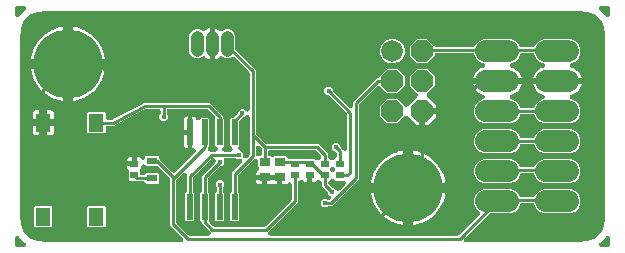
<source format=gbr>
G04 EAGLE Gerber RS-274X export*
G75*
%MOMM*%
%FSLAX34Y34*%
%LPD*%
%INTop Copper*%
%IPPOS*%
%AMOC8*
5,1,8,0,0,1.08239X$1,22.5*%
G01*
%ADD10C,1.108000*%
%ADD11C,1.828800*%
%ADD12C,5.842000*%
%ADD13C,1.828800*%
%ADD14P,1.979475X8X292.500000*%
%ADD15R,0.500000X2.200000*%
%ADD16R,0.700000X0.600000*%
%ADD17R,0.900000X0.700000*%
%ADD18R,1.300000X1.550000*%
%ADD19R,0.911800X0.611800*%
%ADD20C,0.254000*%
%ADD21C,0.452400*%
%ADD22C,0.502400*%

G36*
X138736Y2002D02*
X138736Y2002D01*
X138745Y2001D01*
X138939Y2022D01*
X139128Y2041D01*
X139136Y2043D01*
X139145Y2044D01*
X139329Y2102D01*
X139513Y2159D01*
X139521Y2163D01*
X139529Y2166D01*
X139697Y2258D01*
X139867Y2351D01*
X139874Y2356D01*
X139881Y2361D01*
X140029Y2485D01*
X140176Y2608D01*
X140182Y2615D01*
X140188Y2621D01*
X140308Y2773D01*
X140428Y2922D01*
X140433Y2930D01*
X140438Y2937D01*
X140526Y3110D01*
X140614Y3279D01*
X140616Y3288D01*
X140620Y3296D01*
X140672Y3482D01*
X140725Y3666D01*
X140726Y3675D01*
X140728Y3684D01*
X140743Y3877D01*
X140758Y4068D01*
X140757Y4076D01*
X140758Y4085D01*
X140734Y4278D01*
X140711Y4467D01*
X140709Y4476D01*
X140707Y4485D01*
X140646Y4668D01*
X140586Y4850D01*
X140582Y4858D01*
X140579Y4866D01*
X140483Y5033D01*
X140389Y5201D01*
X140383Y5208D01*
X140378Y5215D01*
X140164Y5468D01*
X131623Y14009D01*
X129539Y16093D01*
X129539Y55136D01*
X129537Y55163D01*
X129539Y55190D01*
X129517Y55363D01*
X129499Y55537D01*
X129492Y55562D01*
X129488Y55589D01*
X129433Y55755D01*
X129381Y55922D01*
X129368Y55945D01*
X129360Y55971D01*
X129273Y56122D01*
X129189Y56276D01*
X129172Y56296D01*
X129159Y56320D01*
X128944Y56573D01*
X119442Y66075D01*
X119421Y66092D01*
X119403Y66113D01*
X119265Y66220D01*
X119130Y66330D01*
X119106Y66343D01*
X119085Y66359D01*
X118928Y66437D01*
X118774Y66519D01*
X118749Y66527D01*
X118725Y66539D01*
X118555Y66584D01*
X118388Y66634D01*
X118362Y66636D01*
X118336Y66643D01*
X118005Y66670D01*
X109215Y66670D01*
X108568Y67317D01*
X108561Y67322D01*
X108556Y67329D01*
X108406Y67450D01*
X108257Y67572D01*
X108249Y67576D01*
X108242Y67581D01*
X108072Y67670D01*
X107901Y67760D01*
X107892Y67763D01*
X107885Y67767D01*
X107700Y67820D01*
X107515Y67875D01*
X107506Y67876D01*
X107498Y67878D01*
X107307Y67894D01*
X107114Y67912D01*
X107105Y67911D01*
X107096Y67911D01*
X106907Y67889D01*
X106714Y67868D01*
X106705Y67865D01*
X106697Y67864D01*
X106515Y67805D01*
X106330Y67747D01*
X106322Y67742D01*
X106314Y67740D01*
X106147Y67645D01*
X105978Y67552D01*
X105971Y67546D01*
X105963Y67542D01*
X105818Y67416D01*
X105671Y67291D01*
X105665Y67284D01*
X105658Y67278D01*
X105542Y67128D01*
X105421Y66975D01*
X105417Y66967D01*
X105412Y66960D01*
X105327Y66790D01*
X105239Y66616D01*
X105236Y66608D01*
X105232Y66600D01*
X105183Y66414D01*
X105131Y66229D01*
X105130Y66220D01*
X105128Y66211D01*
X105101Y65880D01*
X105101Y65165D01*
X104928Y64519D01*
X104593Y63940D01*
X104426Y63773D01*
X104409Y63752D01*
X104388Y63734D01*
X104281Y63596D01*
X104171Y63461D01*
X104158Y63437D01*
X104142Y63416D01*
X104064Y63259D01*
X103982Y63105D01*
X103974Y63080D01*
X103962Y63056D01*
X103917Y62886D01*
X103867Y62719D01*
X103865Y62693D01*
X103858Y62667D01*
X103831Y62336D01*
X103831Y60572D01*
X103833Y60554D01*
X103831Y60536D01*
X103852Y60354D01*
X103871Y60171D01*
X103876Y60154D01*
X103878Y60137D01*
X103935Y59962D01*
X103989Y59786D01*
X103997Y59771D01*
X104003Y59754D01*
X104093Y59594D01*
X104181Y59432D01*
X104192Y59419D01*
X104201Y59403D01*
X104321Y59264D01*
X104438Y59123D01*
X104452Y59112D01*
X104464Y59098D01*
X104609Y58986D01*
X104752Y58871D01*
X104768Y58863D01*
X104782Y58852D01*
X104947Y58770D01*
X105109Y58685D01*
X105126Y58680D01*
X105142Y58672D01*
X105321Y58625D01*
X105496Y58574D01*
X105514Y58572D01*
X105531Y58568D01*
X105862Y58541D01*
X106584Y58541D01*
X106611Y58543D01*
X106638Y58541D01*
X106811Y58563D01*
X106985Y58581D01*
X107010Y58588D01*
X107037Y58592D01*
X107203Y58647D01*
X107370Y58699D01*
X107393Y58712D01*
X107419Y58720D01*
X107570Y58807D01*
X107724Y58891D01*
X107744Y58908D01*
X107768Y58921D01*
X108021Y59136D01*
X109215Y60330D01*
X119385Y60330D01*
X120130Y59585D01*
X120130Y52415D01*
X119385Y51670D01*
X109215Y51670D01*
X108021Y52864D01*
X108000Y52881D01*
X107982Y52902D01*
X107844Y53009D01*
X107709Y53119D01*
X107685Y53132D01*
X107664Y53148D01*
X107507Y53226D01*
X107353Y53308D01*
X107328Y53316D01*
X107304Y53328D01*
X107134Y53373D01*
X106967Y53423D01*
X106941Y53425D01*
X106915Y53432D01*
X106584Y53459D01*
X100508Y53459D01*
X100333Y53634D01*
X100312Y53651D01*
X100294Y53672D01*
X100157Y53778D01*
X100021Y53889D01*
X99997Y53902D01*
X99976Y53918D01*
X99820Y53996D01*
X99665Y54078D01*
X99640Y54086D01*
X99616Y54098D01*
X99447Y54143D01*
X99279Y54193D01*
X99253Y54195D01*
X99227Y54202D01*
X98896Y54229D01*
X95034Y54229D01*
X94289Y54974D01*
X94289Y62336D01*
X94287Y62363D01*
X94289Y62390D01*
X94267Y62563D01*
X94249Y62737D01*
X94242Y62762D01*
X94238Y62789D01*
X94183Y62955D01*
X94131Y63122D01*
X94118Y63145D01*
X94110Y63171D01*
X94023Y63322D01*
X93939Y63476D01*
X93922Y63496D01*
X93909Y63520D01*
X93694Y63773D01*
X93527Y63940D01*
X93192Y64519D01*
X93019Y65165D01*
X93019Y66469D01*
X99060Y66469D01*
X99077Y66470D01*
X99095Y66469D01*
X99278Y66490D01*
X99460Y66508D01*
X99477Y66514D01*
X99495Y66516D01*
X99670Y66573D01*
X99845Y66627D01*
X99861Y66635D01*
X99878Y66641D01*
X100038Y66731D01*
X100199Y66818D01*
X100213Y66830D01*
X100228Y66839D01*
X100368Y66959D01*
X100508Y67076D01*
X100509Y67076D01*
X100509Y67077D01*
X100520Y67090D01*
X100533Y67102D01*
X100534Y67102D01*
X100646Y67247D01*
X100761Y67390D01*
X100770Y67406D01*
X100780Y67420D01*
X100862Y67585D01*
X100947Y67748D01*
X100952Y67765D01*
X100960Y67781D01*
X101008Y67959D01*
X101058Y68135D01*
X101060Y68152D01*
X101064Y68170D01*
X101091Y68500D01*
X101091Y74041D01*
X102895Y74041D01*
X103541Y73868D01*
X104120Y73533D01*
X104593Y73060D01*
X104680Y72910D01*
X104723Y72850D01*
X104758Y72786D01*
X104840Y72687D01*
X104915Y72583D01*
X104968Y72533D01*
X105015Y72477D01*
X105115Y72396D01*
X105209Y72308D01*
X105272Y72270D01*
X105329Y72224D01*
X105443Y72165D01*
X105553Y72098D01*
X105621Y72072D01*
X105686Y72039D01*
X105810Y72003D01*
X105930Y71959D01*
X106003Y71948D01*
X106073Y71927D01*
X106201Y71917D01*
X106328Y71897D01*
X106401Y71900D01*
X106475Y71894D01*
X106602Y71909D01*
X106731Y71915D01*
X106802Y71933D01*
X106874Y71941D01*
X106997Y71981D01*
X107121Y72012D01*
X107188Y72043D01*
X107257Y72066D01*
X107369Y72129D01*
X107485Y72184D01*
X107544Y72228D01*
X107608Y72264D01*
X107705Y72348D01*
X107808Y72425D01*
X107857Y72479D01*
X107913Y72527D01*
X107991Y72629D01*
X108077Y72724D01*
X108114Y72787D01*
X108159Y72845D01*
X108217Y72960D01*
X108282Y73071D01*
X108306Y73140D01*
X108339Y73206D01*
X108372Y73330D01*
X108414Y73451D01*
X108424Y73524D01*
X108443Y73595D01*
X108457Y73764D01*
X108469Y73850D01*
X108467Y73883D01*
X108470Y73925D01*
X108470Y74585D01*
X109215Y75330D01*
X119385Y75330D01*
X120130Y74585D01*
X120130Y73415D01*
X120132Y73388D01*
X120130Y73361D01*
X120152Y73188D01*
X120170Y73014D01*
X120177Y72989D01*
X120181Y72962D01*
X120236Y72796D01*
X120288Y72629D01*
X120301Y72606D01*
X120309Y72580D01*
X120396Y72429D01*
X120480Y72275D01*
X120497Y72255D01*
X120510Y72231D01*
X120725Y71978D01*
X131219Y61484D01*
X131233Y61473D01*
X131244Y61460D01*
X131388Y61346D01*
X131530Y61229D01*
X131546Y61221D01*
X131560Y61210D01*
X131724Y61126D01*
X131886Y61041D01*
X131903Y61036D01*
X131919Y61028D01*
X132096Y60978D01*
X132272Y60926D01*
X132290Y60924D01*
X132307Y60920D01*
X132490Y60906D01*
X132673Y60890D01*
X132691Y60892D01*
X132708Y60890D01*
X132890Y60913D01*
X133073Y60933D01*
X133090Y60938D01*
X133108Y60941D01*
X133281Y60999D01*
X133457Y61054D01*
X133473Y61063D01*
X133489Y61069D01*
X133649Y61161D01*
X133809Y61249D01*
X133823Y61261D01*
X133838Y61270D01*
X134091Y61484D01*
X150639Y78032D01*
X150644Y78039D01*
X150651Y78044D01*
X150771Y78194D01*
X150894Y78343D01*
X150898Y78351D01*
X150903Y78358D01*
X150992Y78529D01*
X151082Y78699D01*
X151085Y78707D01*
X151089Y78715D01*
X151142Y78901D01*
X151197Y79085D01*
X151198Y79094D01*
X151200Y79102D01*
X151216Y79294D01*
X151233Y79486D01*
X151232Y79495D01*
X151233Y79504D01*
X151211Y79691D01*
X151190Y79886D01*
X151187Y79895D01*
X151186Y79903D01*
X151127Y80085D01*
X151069Y80270D01*
X151064Y80278D01*
X151061Y80286D01*
X150966Y80455D01*
X150874Y80622D01*
X150868Y80629D01*
X150864Y80637D01*
X150738Y80783D01*
X150613Y80929D01*
X150606Y80935D01*
X150600Y80942D01*
X150449Y81059D01*
X150297Y81179D01*
X150289Y81183D01*
X150282Y81188D01*
X150110Y81274D01*
X149938Y81361D01*
X149930Y81364D01*
X149922Y81368D01*
X149735Y81418D01*
X149550Y81469D01*
X149542Y81470D01*
X149533Y81472D01*
X149202Y81499D01*
X148181Y81499D01*
X148181Y95040D01*
X148181Y108581D01*
X148985Y108581D01*
X149631Y108408D01*
X150210Y108073D01*
X150683Y107600D01*
X151018Y107021D01*
X151086Y106765D01*
X151134Y106637D01*
X151175Y106506D01*
X151205Y106449D01*
X151228Y106389D01*
X151301Y106272D01*
X151367Y106152D01*
X151408Y106102D01*
X151442Y106048D01*
X151537Y105948D01*
X151624Y105842D01*
X151674Y105802D01*
X151719Y105755D01*
X151831Y105676D01*
X151938Y105590D01*
X151995Y105560D01*
X152048Y105523D01*
X152174Y105468D01*
X152295Y105404D01*
X152357Y105387D01*
X152416Y105361D01*
X152550Y105331D01*
X152682Y105293D01*
X152747Y105288D01*
X152809Y105274D01*
X152946Y105271D01*
X153084Y105260D01*
X153148Y105268D01*
X153212Y105266D01*
X153347Y105291D01*
X153483Y105307D01*
X153545Y105327D01*
X153608Y105339D01*
X153735Y105389D01*
X153866Y105432D01*
X153922Y105464D01*
X153982Y105487D01*
X154097Y105562D01*
X154217Y105630D01*
X154266Y105672D01*
X154319Y105707D01*
X154417Y105803D01*
X154522Y105893D01*
X154561Y105944D01*
X154607Y105989D01*
X154684Y106103D01*
X154768Y106211D01*
X154797Y106269D01*
X154830Y106317D01*
X155824Y107311D01*
X161876Y107311D01*
X162621Y106566D01*
X162621Y83514D01*
X161886Y82779D01*
X161869Y82758D01*
X161848Y82740D01*
X161741Y82602D01*
X161631Y82467D01*
X161618Y82443D01*
X161602Y82422D01*
X161524Y82266D01*
X161442Y82111D01*
X161434Y82086D01*
X161422Y82062D01*
X161377Y81893D01*
X161327Y81726D01*
X161325Y81699D01*
X161318Y81673D01*
X161291Y81342D01*
X161291Y80772D01*
X161293Y80754D01*
X161291Y80736D01*
X161312Y80554D01*
X161331Y80371D01*
X161336Y80354D01*
X161338Y80337D01*
X161395Y80162D01*
X161449Y79986D01*
X161457Y79971D01*
X161463Y79954D01*
X161553Y79794D01*
X161641Y79632D01*
X161652Y79619D01*
X161661Y79603D01*
X161781Y79464D01*
X161898Y79323D01*
X161912Y79312D01*
X161924Y79298D01*
X162069Y79186D01*
X162212Y79071D01*
X162228Y79063D01*
X162242Y79052D01*
X162407Y78970D01*
X162569Y78885D01*
X162586Y78880D01*
X162602Y78872D01*
X162781Y78825D01*
X162956Y78774D01*
X162974Y78772D01*
X162991Y78768D01*
X163322Y78741D01*
X167648Y78741D01*
X167657Y78742D01*
X167666Y78741D01*
X167858Y78762D01*
X168049Y78781D01*
X168058Y78783D01*
X168066Y78784D01*
X168249Y78842D01*
X168434Y78899D01*
X168442Y78903D01*
X168450Y78906D01*
X168619Y78999D01*
X168788Y79091D01*
X168795Y79096D01*
X168803Y79101D01*
X168950Y79226D01*
X169097Y79348D01*
X169103Y79355D01*
X169110Y79361D01*
X169229Y79513D01*
X169349Y79662D01*
X169354Y79670D01*
X169359Y79677D01*
X169447Y79849D01*
X169535Y80019D01*
X169537Y80028D01*
X169542Y80036D01*
X169593Y80221D01*
X169646Y80406D01*
X169647Y80415D01*
X169650Y80424D01*
X169664Y80616D01*
X169679Y80808D01*
X169678Y80816D01*
X169679Y80825D01*
X169655Y81018D01*
X169632Y81207D01*
X169630Y81216D01*
X169628Y81225D01*
X169567Y81407D01*
X169508Y81590D01*
X169503Y81598D01*
X169500Y81606D01*
X169405Y81772D01*
X169310Y81941D01*
X169304Y81948D01*
X169299Y81955D01*
X169085Y82208D01*
X167779Y83514D01*
X167779Y107186D01*
X167777Y107213D01*
X167779Y107240D01*
X167757Y107413D01*
X167739Y107587D01*
X167732Y107612D01*
X167728Y107639D01*
X167673Y107805D01*
X167621Y107972D01*
X167608Y107995D01*
X167600Y108021D01*
X167513Y108172D01*
X167429Y108326D01*
X167412Y108346D01*
X167399Y108370D01*
X167184Y108623D01*
X161468Y114339D01*
X161447Y114356D01*
X161429Y114377D01*
X161291Y114484D01*
X161156Y114594D01*
X161132Y114607D01*
X161111Y114623D01*
X160954Y114701D01*
X160800Y114783D01*
X160775Y114791D01*
X160751Y114803D01*
X160581Y114848D01*
X160414Y114898D01*
X160388Y114900D01*
X160362Y114907D01*
X160031Y114934D01*
X128397Y114934D01*
X128379Y114932D01*
X128361Y114934D01*
X128179Y114913D01*
X127996Y114894D01*
X127979Y114889D01*
X127962Y114887D01*
X127787Y114830D01*
X127611Y114776D01*
X127596Y114768D01*
X127579Y114762D01*
X127419Y114672D01*
X127257Y114584D01*
X127244Y114573D01*
X127228Y114564D01*
X127089Y114444D01*
X126948Y114327D01*
X126937Y114313D01*
X126923Y114301D01*
X126811Y114156D01*
X126696Y114013D01*
X126688Y113997D01*
X126677Y113983D01*
X126595Y113818D01*
X126510Y113656D01*
X126505Y113639D01*
X126497Y113623D01*
X126450Y113444D01*
X126399Y113269D01*
X126397Y113251D01*
X126393Y113234D01*
X126366Y112903D01*
X126366Y111247D01*
X126368Y111220D01*
X126366Y111193D01*
X126388Y111019D01*
X126406Y110846D01*
X126413Y110821D01*
X126417Y110794D01*
X126472Y110628D01*
X126524Y110461D01*
X126537Y110438D01*
X126545Y110412D01*
X126632Y110261D01*
X126716Y110107D01*
X126733Y110087D01*
X126746Y110063D01*
X126961Y109810D01*
X127358Y109413D01*
X127358Y106487D01*
X125288Y104417D01*
X122362Y104417D01*
X120292Y106487D01*
X120292Y109413D01*
X120689Y109810D01*
X120706Y109831D01*
X120727Y109849D01*
X120834Y109986D01*
X120944Y110122D01*
X120957Y110146D01*
X120973Y110167D01*
X121051Y110324D01*
X121133Y110478D01*
X121141Y110503D01*
X121153Y110527D01*
X121198Y110696D01*
X121248Y110863D01*
X121250Y110890D01*
X121257Y110916D01*
X121284Y111247D01*
X121284Y112903D01*
X121282Y112921D01*
X121284Y112939D01*
X121263Y113121D01*
X121244Y113304D01*
X121239Y113321D01*
X121237Y113338D01*
X121180Y113513D01*
X121126Y113689D01*
X121118Y113704D01*
X121112Y113721D01*
X121022Y113881D01*
X120934Y114043D01*
X120923Y114056D01*
X120914Y114072D01*
X120794Y114211D01*
X120677Y114352D01*
X120663Y114363D01*
X120651Y114377D01*
X120506Y114489D01*
X120363Y114604D01*
X120347Y114612D01*
X120333Y114623D01*
X120168Y114705D01*
X120006Y114790D01*
X119989Y114795D01*
X119973Y114803D01*
X119794Y114850D01*
X119619Y114901D01*
X119601Y114903D01*
X119584Y114907D01*
X119253Y114934D01*
X109370Y114934D01*
X109247Y114922D01*
X109123Y114919D01*
X109047Y114902D01*
X108970Y114894D01*
X108851Y114858D01*
X108730Y114831D01*
X108647Y114795D01*
X108585Y114776D01*
X108521Y114742D01*
X108425Y114701D01*
X82987Y101324D01*
X82892Y101261D01*
X82802Y101213D01*
X82784Y101197D01*
X82750Y101177D01*
X82695Y101131D01*
X82651Y101102D01*
X82594Y101045D01*
X82497Y100963D01*
X82235Y100701D01*
X82196Y100697D01*
X82072Y100694D01*
X81996Y100677D01*
X81919Y100669D01*
X81800Y100633D01*
X81679Y100606D01*
X81596Y100570D01*
X81534Y100551D01*
X81470Y100517D01*
X81451Y100509D01*
X81099Y100618D01*
X80963Y100646D01*
X80827Y100682D01*
X80757Y100688D01*
X80705Y100699D01*
X80624Y100699D01*
X80497Y100709D01*
X76752Y100709D01*
X76734Y100707D01*
X76716Y100709D01*
X76534Y100688D01*
X76351Y100669D01*
X76334Y100664D01*
X76317Y100662D01*
X76142Y100605D01*
X75966Y100551D01*
X75951Y100543D01*
X75934Y100537D01*
X75774Y100447D01*
X75612Y100359D01*
X75599Y100348D01*
X75583Y100339D01*
X75444Y100219D01*
X75303Y100102D01*
X75292Y100088D01*
X75278Y100076D01*
X75166Y99931D01*
X75051Y99788D01*
X75043Y99772D01*
X75032Y99758D01*
X74950Y99593D01*
X74865Y99431D01*
X74860Y99414D01*
X74852Y99398D01*
X74805Y99219D01*
X74754Y99044D01*
X74752Y99026D01*
X74748Y99009D01*
X74721Y98678D01*
X74721Y94974D01*
X73976Y94229D01*
X59924Y94229D01*
X59179Y94974D01*
X59179Y111526D01*
X59924Y112271D01*
X73976Y112271D01*
X74721Y111526D01*
X74721Y107822D01*
X74723Y107804D01*
X74721Y107786D01*
X74742Y107604D01*
X74761Y107421D01*
X74766Y107404D01*
X74768Y107387D01*
X74825Y107212D01*
X74879Y107036D01*
X74887Y107021D01*
X74893Y107004D01*
X74983Y106844D01*
X75071Y106682D01*
X75082Y106669D01*
X75091Y106653D01*
X75212Y106513D01*
X75328Y106373D01*
X75342Y106362D01*
X75354Y106348D01*
X75499Y106236D01*
X75642Y106121D01*
X75658Y106113D01*
X75672Y106102D01*
X75837Y106020D01*
X75999Y105935D01*
X76016Y105930D01*
X76032Y105922D01*
X76211Y105875D01*
X76386Y105824D01*
X76404Y105822D01*
X76421Y105818D01*
X76752Y105791D01*
X80062Y105791D01*
X80185Y105803D01*
X80309Y105806D01*
X80385Y105823D01*
X80462Y105831D01*
X80581Y105867D01*
X80702Y105894D01*
X80785Y105930D01*
X80847Y105949D01*
X80911Y105983D01*
X81007Y106024D01*
X106445Y119401D01*
X106561Y119478D01*
X106683Y119548D01*
X106737Y119594D01*
X106781Y119623D01*
X106838Y119680D01*
X106936Y119762D01*
X107197Y120024D01*
X107236Y120028D01*
X107360Y120031D01*
X107436Y120048D01*
X107513Y120056D01*
X107632Y120092D01*
X107753Y120119D01*
X107836Y120155D01*
X107898Y120174D01*
X107962Y120208D01*
X107981Y120216D01*
X108333Y120107D01*
X108469Y120079D01*
X108605Y120043D01*
X108675Y120037D01*
X108727Y120026D01*
X108808Y120026D01*
X108935Y120016D01*
X162977Y120016D01*
X173991Y109002D01*
X173991Y108738D01*
X173993Y108711D01*
X173991Y108684D01*
X174013Y108510D01*
X174031Y108337D01*
X174038Y108312D01*
X174042Y108285D01*
X174098Y108119D01*
X174149Y107952D01*
X174162Y107929D01*
X174170Y107903D01*
X174257Y107752D01*
X174341Y107598D01*
X174358Y107578D01*
X174371Y107554D01*
X174586Y107301D01*
X175321Y106566D01*
X175321Y83514D01*
X174015Y82208D01*
X174010Y82201D01*
X174003Y82196D01*
X173883Y82046D01*
X173760Y81897D01*
X173756Y81889D01*
X173751Y81882D01*
X173662Y81712D01*
X173572Y81541D01*
X173569Y81532D01*
X173565Y81525D01*
X173512Y81340D01*
X173457Y81155D01*
X173456Y81146D01*
X173454Y81138D01*
X173438Y80946D01*
X173420Y80754D01*
X173421Y80745D01*
X173421Y80736D01*
X173443Y80547D01*
X173464Y80354D01*
X173467Y80345D01*
X173468Y80337D01*
X173527Y80155D01*
X173585Y79970D01*
X173590Y79962D01*
X173592Y79954D01*
X173687Y79787D01*
X173780Y79618D01*
X173786Y79611D01*
X173790Y79603D01*
X173916Y79458D01*
X174041Y79311D01*
X174048Y79305D01*
X174054Y79298D01*
X174204Y79182D01*
X174357Y79061D01*
X174365Y79057D01*
X174372Y79052D01*
X174543Y78966D01*
X174716Y78879D01*
X174724Y78876D01*
X174732Y78872D01*
X174919Y78822D01*
X175103Y78771D01*
X175112Y78770D01*
X175121Y78768D01*
X175452Y78741D01*
X180248Y78741D01*
X180257Y78742D01*
X180266Y78741D01*
X180458Y78762D01*
X180649Y78781D01*
X180658Y78783D01*
X180666Y78784D01*
X180849Y78842D01*
X181034Y78899D01*
X181042Y78903D01*
X181050Y78906D01*
X181219Y78999D01*
X181388Y79091D01*
X181395Y79096D01*
X181403Y79101D01*
X181550Y79226D01*
X181697Y79348D01*
X181703Y79355D01*
X181710Y79361D01*
X181829Y79513D01*
X181949Y79662D01*
X181954Y79670D01*
X181959Y79677D01*
X182047Y79849D01*
X182135Y80019D01*
X182137Y80028D01*
X182142Y80036D01*
X182193Y80221D01*
X182246Y80406D01*
X182247Y80415D01*
X182250Y80424D01*
X182264Y80616D01*
X182279Y80808D01*
X182278Y80816D01*
X182279Y80825D01*
X182255Y81018D01*
X182232Y81207D01*
X182230Y81216D01*
X182228Y81225D01*
X182167Y81407D01*
X182108Y81590D01*
X182103Y81598D01*
X182100Y81606D01*
X182005Y81772D01*
X181910Y81941D01*
X181904Y81948D01*
X181899Y81955D01*
X181685Y82208D01*
X180379Y83514D01*
X180379Y106566D01*
X181124Y107311D01*
X182251Y107311D01*
X182278Y107313D01*
X182305Y107311D01*
X182478Y107333D01*
X182652Y107351D01*
X182677Y107358D01*
X182704Y107362D01*
X182870Y107417D01*
X183037Y107469D01*
X183060Y107482D01*
X183086Y107490D01*
X183237Y107577D01*
X183391Y107661D01*
X183411Y107678D01*
X183435Y107691D01*
X183688Y107906D01*
X186372Y110590D01*
X186389Y110611D01*
X186410Y110629D01*
X186517Y110767D01*
X186627Y110902D01*
X186640Y110926D01*
X186656Y110947D01*
X186734Y111104D01*
X186816Y111258D01*
X186824Y111283D01*
X186836Y111307D01*
X186881Y111477D01*
X186931Y111644D01*
X186933Y111670D01*
X186940Y111696D01*
X186967Y112027D01*
X186967Y112588D01*
X189037Y114658D01*
X191963Y114658D01*
X193382Y113239D01*
X193389Y113234D01*
X193394Y113227D01*
X193544Y113106D01*
X193693Y112984D01*
X193701Y112980D01*
X193708Y112974D01*
X193878Y112886D01*
X194049Y112796D01*
X194058Y112793D01*
X194065Y112789D01*
X194250Y112736D01*
X194435Y112681D01*
X194444Y112680D01*
X194452Y112678D01*
X194643Y112662D01*
X194836Y112644D01*
X194845Y112645D01*
X194854Y112645D01*
X195043Y112667D01*
X195236Y112688D01*
X195245Y112691D01*
X195253Y112692D01*
X195435Y112751D01*
X195620Y112809D01*
X195628Y112814D01*
X195636Y112816D01*
X195803Y112911D01*
X195972Y113004D01*
X195979Y113010D01*
X195987Y113014D01*
X196132Y113139D01*
X196279Y113265D01*
X196285Y113272D01*
X196292Y113277D01*
X196408Y113428D01*
X196529Y113581D01*
X196533Y113589D01*
X196538Y113596D01*
X196623Y113766D01*
X196711Y113940D01*
X196714Y113948D01*
X196718Y113956D01*
X196768Y114142D01*
X196819Y114327D01*
X196820Y114336D01*
X196822Y114345D01*
X196849Y114676D01*
X196849Y144791D01*
X196847Y144818D01*
X196849Y144845D01*
X196827Y145018D01*
X196809Y145192D01*
X196802Y145217D01*
X196798Y145244D01*
X196743Y145410D01*
X196691Y145577D01*
X196678Y145600D01*
X196670Y145626D01*
X196583Y145777D01*
X196499Y145931D01*
X196482Y145951D01*
X196469Y145975D01*
X196254Y146228D01*
X184059Y158423D01*
X184041Y158437D01*
X184027Y158454D01*
X183886Y158565D01*
X183747Y158678D01*
X183727Y158689D01*
X183710Y158703D01*
X183549Y158783D01*
X183391Y158867D01*
X183370Y158873D01*
X183350Y158883D01*
X183177Y158931D01*
X183005Y158982D01*
X182983Y158984D01*
X182962Y158990D01*
X182784Y159002D01*
X182604Y159018D01*
X182582Y159016D01*
X182560Y159017D01*
X182383Y158994D01*
X182204Y158975D01*
X182183Y158968D01*
X182161Y158965D01*
X181845Y158864D01*
X179155Y157749D01*
X176445Y157749D01*
X173942Y158786D01*
X173784Y158944D01*
X173771Y158955D01*
X173759Y158969D01*
X173615Y159083D01*
X173473Y159199D01*
X173457Y159207D01*
X173443Y159218D01*
X173279Y159302D01*
X173117Y159388D01*
X173100Y159393D01*
X173084Y159401D01*
X172907Y159450D01*
X172731Y159502D01*
X172713Y159504D01*
X172696Y159509D01*
X172513Y159522D01*
X172330Y159539D01*
X172312Y159537D01*
X172295Y159538D01*
X172113Y159515D01*
X171930Y159495D01*
X171913Y159490D01*
X171895Y159488D01*
X171722Y159429D01*
X171546Y159374D01*
X171530Y159365D01*
X171514Y159359D01*
X171354Y159268D01*
X171194Y159179D01*
X171180Y159167D01*
X171165Y159159D01*
X170912Y158944D01*
X170251Y158283D01*
X168928Y157399D01*
X167457Y156790D01*
X167131Y156725D01*
X167131Y170100D01*
X167131Y183475D01*
X167457Y183410D01*
X168928Y182801D01*
X170251Y181917D01*
X170912Y181256D01*
X170925Y181245D01*
X170937Y181231D01*
X171081Y181118D01*
X171223Y181001D01*
X171239Y180993D01*
X171253Y180982D01*
X171416Y180899D01*
X171579Y180812D01*
X171596Y180807D01*
X171612Y180799D01*
X171789Y180750D01*
X171965Y180698D01*
X171983Y180696D01*
X172000Y180691D01*
X172183Y180678D01*
X172366Y180661D01*
X172384Y180663D01*
X172401Y180662D01*
X172584Y180685D01*
X172766Y180705D01*
X172783Y180710D01*
X172801Y180712D01*
X172975Y180771D01*
X173150Y180826D01*
X173166Y180835D01*
X173182Y180841D01*
X173342Y180932D01*
X173502Y181021D01*
X173516Y181032D01*
X173531Y181041D01*
X173784Y181256D01*
X173942Y181414D01*
X176445Y182451D01*
X179155Y182451D01*
X181658Y181414D01*
X183574Y179498D01*
X184611Y176995D01*
X184611Y165899D01*
X184613Y165872D01*
X184611Y165845D01*
X184633Y165671D01*
X184651Y165498D01*
X184658Y165473D01*
X184662Y165446D01*
X184718Y165280D01*
X184769Y165113D01*
X184782Y165090D01*
X184790Y165064D01*
X184877Y164913D01*
X184961Y164759D01*
X184978Y164739D01*
X184991Y164715D01*
X185206Y164462D01*
X199847Y149821D01*
X201931Y147737D01*
X201931Y94604D01*
X201933Y94577D01*
X201931Y94550D01*
X201953Y94377D01*
X201971Y94203D01*
X201978Y94178D01*
X201982Y94151D01*
X202037Y93985D01*
X202089Y93818D01*
X202102Y93795D01*
X202110Y93769D01*
X202197Y93618D01*
X202281Y93464D01*
X202298Y93444D01*
X202311Y93420D01*
X202526Y93167D01*
X210007Y85686D01*
X210028Y85669D01*
X210046Y85648D01*
X210184Y85541D01*
X210319Y85431D01*
X210343Y85418D01*
X210364Y85402D01*
X210521Y85324D01*
X210675Y85242D01*
X210700Y85234D01*
X210724Y85222D01*
X210894Y85177D01*
X211061Y85127D01*
X211087Y85125D01*
X211113Y85118D01*
X211444Y85091D01*
X255052Y85091D01*
X262891Y77252D01*
X262891Y74802D01*
X262893Y74784D01*
X262891Y74766D01*
X262912Y74584D01*
X262931Y74401D01*
X262936Y74384D01*
X262938Y74367D01*
X262995Y74192D01*
X263049Y74016D01*
X263057Y74001D01*
X263063Y73984D01*
X263153Y73824D01*
X263241Y73662D01*
X263252Y73649D01*
X263261Y73633D01*
X263381Y73494D01*
X263498Y73353D01*
X263512Y73342D01*
X263524Y73328D01*
X263669Y73216D01*
X263812Y73101D01*
X263828Y73093D01*
X263842Y73082D01*
X264007Y73000D01*
X264169Y72915D01*
X264186Y72910D01*
X264202Y72902D01*
X264260Y72887D01*
X265264Y71883D01*
X265278Y71872D01*
X265289Y71858D01*
X265433Y71744D01*
X265575Y71628D01*
X265591Y71620D01*
X265605Y71609D01*
X265769Y71526D01*
X265931Y71440D01*
X265948Y71435D01*
X265964Y71427D01*
X266141Y71377D01*
X266317Y71325D01*
X266335Y71323D01*
X266352Y71319D01*
X266535Y71305D01*
X266718Y71289D01*
X266736Y71290D01*
X266753Y71289D01*
X266935Y71312D01*
X267118Y71332D01*
X267135Y71337D01*
X267153Y71340D01*
X267327Y71398D01*
X267502Y71453D01*
X267518Y71462D01*
X267534Y71468D01*
X267693Y71559D01*
X267854Y71648D01*
X267868Y71660D01*
X267883Y71669D01*
X268136Y71883D01*
X269145Y72893D01*
X269264Y72929D01*
X269279Y72937D01*
X269296Y72943D01*
X269456Y73033D01*
X269618Y73121D01*
X269631Y73132D01*
X269647Y73141D01*
X269786Y73261D01*
X269927Y73378D01*
X269938Y73392D01*
X269952Y73404D01*
X270064Y73549D01*
X270179Y73692D01*
X270187Y73708D01*
X270198Y73722D01*
X270280Y73887D01*
X270365Y74049D01*
X270370Y74066D01*
X270378Y74082D01*
X270425Y74261D01*
X270476Y74436D01*
X270478Y74454D01*
X270482Y74471D01*
X270509Y74802D01*
X270509Y76986D01*
X270507Y77004D01*
X270509Y77022D01*
X270488Y77204D01*
X270469Y77387D01*
X270464Y77404D01*
X270462Y77421D01*
X270405Y77596D01*
X270351Y77772D01*
X270343Y77787D01*
X270337Y77804D01*
X270247Y77964D01*
X270159Y78126D01*
X270148Y78139D01*
X270139Y78155D01*
X270019Y78294D01*
X269902Y78435D01*
X269888Y78446D01*
X269876Y78460D01*
X269731Y78572D01*
X269588Y78687D01*
X269572Y78695D01*
X269558Y78706D01*
X269393Y78788D01*
X269231Y78873D01*
X269214Y78878D01*
X269198Y78886D01*
X269019Y78933D01*
X268844Y78984D01*
X268826Y78986D01*
X268809Y78990D01*
X268478Y79017D01*
X268412Y79017D01*
X266342Y81087D01*
X266342Y84013D01*
X268412Y86083D01*
X271338Y86083D01*
X273408Y84013D01*
X273408Y83452D01*
X273410Y83425D01*
X273408Y83398D01*
X273430Y83225D01*
X273448Y83051D01*
X273455Y83026D01*
X273459Y82999D01*
X273515Y82833D01*
X273566Y82666D01*
X273578Y82643D01*
X273587Y82617D01*
X273674Y82466D01*
X273758Y82312D01*
X273775Y82292D01*
X273788Y82269D01*
X274003Y82015D01*
X275932Y80086D01*
X275939Y80081D01*
X275944Y80074D01*
X276095Y79953D01*
X276243Y79831D01*
X276251Y79827D01*
X276258Y79822D01*
X276428Y79733D01*
X276599Y79643D01*
X276608Y79640D01*
X276615Y79636D01*
X276800Y79583D01*
X276985Y79528D01*
X276994Y79527D01*
X277002Y79525D01*
X277193Y79509D01*
X277386Y79492D01*
X277395Y79493D01*
X277404Y79492D01*
X277593Y79514D01*
X277786Y79535D01*
X277795Y79538D01*
X277803Y79539D01*
X277985Y79598D01*
X278170Y79656D01*
X278178Y79661D01*
X278186Y79664D01*
X278353Y79758D01*
X278522Y79851D01*
X278529Y79857D01*
X278537Y79861D01*
X278682Y79986D01*
X278829Y80112D01*
X278835Y80119D01*
X278842Y80125D01*
X278958Y80275D01*
X279079Y80428D01*
X279083Y80436D01*
X279088Y80443D01*
X279174Y80614D01*
X279261Y80787D01*
X279264Y80795D01*
X279268Y80803D01*
X279317Y80987D01*
X279369Y81174D01*
X279370Y81183D01*
X279372Y81192D01*
X279399Y81523D01*
X279399Y109866D01*
X279397Y109893D01*
X279399Y109920D01*
X279377Y110093D01*
X279359Y110267D01*
X279352Y110292D01*
X279348Y110319D01*
X279293Y110485D01*
X279241Y110652D01*
X279228Y110675D01*
X279220Y110701D01*
X279133Y110852D01*
X279049Y111006D01*
X279032Y111026D01*
X279019Y111050D01*
X278804Y111303D01*
X264060Y126047D01*
X264039Y126064D01*
X264021Y126085D01*
X263883Y126192D01*
X263748Y126302D01*
X263724Y126315D01*
X263703Y126331D01*
X263546Y126409D01*
X263392Y126491D01*
X263367Y126499D01*
X263343Y126511D01*
X263173Y126556D01*
X263006Y126606D01*
X262980Y126608D01*
X262954Y126615D01*
X262623Y126642D01*
X262062Y126642D01*
X259992Y128712D01*
X259992Y131638D01*
X262062Y133708D01*
X264988Y133708D01*
X267058Y131638D01*
X267058Y131077D01*
X267060Y131050D01*
X267058Y131023D01*
X267080Y130850D01*
X267098Y130676D01*
X267105Y130651D01*
X267109Y130624D01*
X267164Y130458D01*
X267216Y130291D01*
X267229Y130268D01*
X267237Y130242D01*
X267324Y130091D01*
X267408Y129937D01*
X267425Y129917D01*
X267438Y129893D01*
X267653Y129640D01*
X281012Y116281D01*
X281019Y116276D01*
X281024Y116269D01*
X281174Y116149D01*
X281323Y116026D01*
X281331Y116022D01*
X281338Y116017D01*
X281508Y115928D01*
X281679Y115838D01*
X281688Y115835D01*
X281695Y115831D01*
X281880Y115778D01*
X282065Y115723D01*
X282074Y115722D01*
X282082Y115720D01*
X282274Y115704D01*
X282466Y115687D01*
X282475Y115688D01*
X282484Y115687D01*
X282673Y115709D01*
X282866Y115730D01*
X282875Y115733D01*
X282883Y115734D01*
X283065Y115793D01*
X283250Y115851D01*
X283258Y115856D01*
X283266Y115859D01*
X283435Y115954D01*
X283602Y116046D01*
X283609Y116052D01*
X283617Y116056D01*
X283762Y116182D01*
X283909Y116307D01*
X283915Y116314D01*
X283922Y116320D01*
X284038Y116470D01*
X284159Y116623D01*
X284163Y116631D01*
X284168Y116638D01*
X284254Y116810D01*
X284341Y116982D01*
X284344Y116990D01*
X284348Y116998D01*
X284398Y117185D01*
X284449Y117370D01*
X284450Y117378D01*
X284452Y117387D01*
X284479Y117718D01*
X284479Y121067D01*
X304303Y140891D01*
X305054Y140891D01*
X305072Y140893D01*
X305090Y140891D01*
X305272Y140912D01*
X305455Y140931D01*
X305472Y140936D01*
X305489Y140938D01*
X305664Y140995D01*
X305840Y141049D01*
X305855Y141057D01*
X305872Y141063D01*
X306032Y141153D01*
X306194Y141241D01*
X306207Y141252D01*
X306223Y141261D01*
X306362Y141381D01*
X306503Y141498D01*
X306514Y141512D01*
X306528Y141524D01*
X306640Y141669D01*
X306755Y141812D01*
X306763Y141828D01*
X306774Y141842D01*
X306856Y142007D01*
X306941Y142169D01*
X306946Y142186D01*
X306954Y142202D01*
X307001Y142381D01*
X307052Y142556D01*
X307054Y142574D01*
X307058Y142591D01*
X307062Y142641D01*
X313186Y148765D01*
X321814Y148765D01*
X327915Y142664D01*
X327915Y134036D01*
X321814Y127935D01*
X313186Y127935D01*
X307296Y133825D01*
X307282Y133837D01*
X307271Y133850D01*
X307127Y133964D01*
X306985Y134080D01*
X306969Y134089D01*
X306955Y134100D01*
X306791Y134183D01*
X306629Y134269D01*
X306612Y134274D01*
X306596Y134282D01*
X306419Y134332D01*
X306243Y134384D01*
X306225Y134385D01*
X306208Y134390D01*
X306025Y134404D01*
X305842Y134420D01*
X305824Y134418D01*
X305806Y134420D01*
X305625Y134397D01*
X305442Y134377D01*
X305425Y134371D01*
X305407Y134369D01*
X305233Y134311D01*
X305058Y134255D01*
X305042Y134247D01*
X305025Y134241D01*
X304866Y134149D01*
X304706Y134060D01*
X304692Y134049D01*
X304676Y134040D01*
X304423Y133825D01*
X290156Y119558D01*
X290139Y119537D01*
X290118Y119519D01*
X290011Y119381D01*
X289901Y119246D01*
X289888Y119222D01*
X289872Y119201D01*
X289794Y119044D01*
X289712Y118890D01*
X289704Y118865D01*
X289692Y118841D01*
X289647Y118671D01*
X289597Y118504D01*
X289595Y118478D01*
X289588Y118452D01*
X289561Y118121D01*
X289561Y55463D01*
X266482Y32384D01*
X263647Y32384D01*
X263620Y32382D01*
X263593Y32384D01*
X263419Y32362D01*
X263246Y32344D01*
X263221Y32337D01*
X263194Y32333D01*
X263028Y32278D01*
X262861Y32226D01*
X262838Y32213D01*
X262812Y32205D01*
X262661Y32118D01*
X262507Y32034D01*
X262487Y32017D01*
X262463Y32004D01*
X262210Y31789D01*
X261813Y31392D01*
X258887Y31392D01*
X256817Y33462D01*
X256817Y36388D01*
X258887Y38458D01*
X261813Y38458D01*
X262155Y38116D01*
X262169Y38105D01*
X262180Y38091D01*
X262324Y37977D01*
X262467Y37861D01*
X262482Y37853D01*
X262496Y37842D01*
X262660Y37758D01*
X262822Y37672D01*
X262839Y37667D01*
X262855Y37659D01*
X263032Y37610D01*
X263208Y37557D01*
X263226Y37556D01*
X263243Y37551D01*
X263425Y37538D01*
X263609Y37521D01*
X263627Y37523D01*
X263644Y37522D01*
X263826Y37545D01*
X264009Y37564D01*
X264026Y37570D01*
X264044Y37572D01*
X264218Y37630D01*
X264393Y37686D01*
X264409Y37694D01*
X264425Y37700D01*
X264585Y37792D01*
X264746Y37881D01*
X264759Y37892D01*
X264774Y37901D01*
X265027Y38116D01*
X265096Y38184D01*
X265108Y38198D01*
X265122Y38210D01*
X265235Y38354D01*
X265351Y38496D01*
X265360Y38512D01*
X265371Y38526D01*
X265454Y38690D01*
X265540Y38852D01*
X265545Y38869D01*
X265553Y38885D01*
X265603Y39062D01*
X265655Y39237D01*
X265657Y39255D01*
X265661Y39273D01*
X265675Y39456D01*
X265691Y39638D01*
X265690Y39656D01*
X265691Y39674D01*
X265668Y39856D01*
X265648Y40039D01*
X265643Y40056D01*
X265640Y40074D01*
X265582Y40248D01*
X265527Y40423D01*
X265518Y40438D01*
X265512Y40455D01*
X265421Y40615D01*
X265332Y40775D01*
X265320Y40789D01*
X265311Y40804D01*
X265097Y41057D01*
X263167Y42987D01*
X263167Y43548D01*
X263165Y43575D01*
X263167Y43602D01*
X263145Y43775D01*
X263127Y43949D01*
X263120Y43974D01*
X263116Y44001D01*
X263061Y44167D01*
X263009Y44334D01*
X262996Y44357D01*
X262988Y44383D01*
X262901Y44534D01*
X262817Y44688D01*
X262800Y44708D01*
X262787Y44732D01*
X262572Y44985D01*
X257809Y49748D01*
X257809Y52198D01*
X257807Y52216D01*
X257809Y52234D01*
X257788Y52416D01*
X257769Y52599D01*
X257764Y52616D01*
X257762Y52633D01*
X257705Y52808D01*
X257651Y52984D01*
X257643Y52999D01*
X257637Y53016D01*
X257547Y53176D01*
X257459Y53338D01*
X257448Y53351D01*
X257439Y53367D01*
X257319Y53506D01*
X257202Y53647D01*
X257188Y53658D01*
X257176Y53672D01*
X257031Y53784D01*
X256888Y53899D01*
X256872Y53907D01*
X256858Y53918D01*
X256693Y54000D01*
X256531Y54085D01*
X256514Y54090D01*
X256498Y54098D01*
X256440Y54113D01*
X256310Y54243D01*
X256247Y54295D01*
X256190Y54354D01*
X256091Y54422D01*
X255999Y54498D01*
X255926Y54536D01*
X255859Y54583D01*
X255749Y54630D01*
X255643Y54686D01*
X255564Y54710D01*
X255489Y54742D01*
X255372Y54767D01*
X255257Y54801D01*
X255175Y54808D01*
X255095Y54825D01*
X254975Y54827D01*
X254856Y54837D01*
X254774Y54829D01*
X254692Y54829D01*
X254575Y54807D01*
X254456Y54794D01*
X254378Y54769D01*
X254297Y54754D01*
X254186Y54709D01*
X254072Y54673D01*
X254000Y54633D01*
X253924Y54602D01*
X253824Y54536D01*
X253720Y54478D01*
X253657Y54425D01*
X253589Y54379D01*
X253504Y54295D01*
X253413Y54217D01*
X253362Y54153D01*
X253304Y54095D01*
X253227Y53984D01*
X252710Y53467D01*
X252131Y53132D01*
X251485Y52959D01*
X249681Y52959D01*
X249681Y58500D01*
X249680Y58517D01*
X249681Y58535D01*
X249660Y58718D01*
X249641Y58900D01*
X249636Y58917D01*
X249634Y58935D01*
X249577Y59110D01*
X249523Y59285D01*
X249515Y59301D01*
X249509Y59318D01*
X249419Y59478D01*
X249332Y59639D01*
X249320Y59653D01*
X249311Y59668D01*
X249191Y59808D01*
X249074Y59948D01*
X249060Y59960D01*
X249048Y59973D01*
X248903Y60086D01*
X248760Y60201D01*
X248744Y60209D01*
X248730Y60220D01*
X248565Y60302D01*
X248403Y60386D01*
X248386Y60391D01*
X248370Y60399D01*
X248192Y60447D01*
X248016Y60498D01*
X247998Y60499D01*
X247981Y60504D01*
X247650Y60531D01*
X247632Y60529D01*
X247615Y60531D01*
X247614Y60531D01*
X247432Y60509D01*
X247249Y60491D01*
X247232Y60486D01*
X247214Y60484D01*
X247040Y60427D01*
X246864Y60373D01*
X246849Y60364D01*
X246832Y60359D01*
X246671Y60268D01*
X246510Y60181D01*
X246497Y60170D01*
X246481Y60161D01*
X246342Y60041D01*
X246201Y59923D01*
X246190Y59909D01*
X246176Y59898D01*
X246064Y59753D01*
X245949Y59610D01*
X245940Y59594D01*
X245930Y59580D01*
X245848Y59415D01*
X245763Y59252D01*
X245758Y59235D01*
X245750Y59219D01*
X245702Y59041D01*
X245652Y58865D01*
X245650Y58848D01*
X245646Y58830D01*
X245619Y58500D01*
X245619Y52959D01*
X243815Y52959D01*
X243169Y53132D01*
X242590Y53467D01*
X242099Y53958D01*
X242097Y53961D01*
X242020Y54052D01*
X241950Y54149D01*
X241890Y54205D01*
X241837Y54268D01*
X241743Y54342D01*
X241656Y54423D01*
X241586Y54466D01*
X241521Y54517D01*
X241414Y54571D01*
X241313Y54634D01*
X241235Y54662D01*
X241162Y54699D01*
X241047Y54732D01*
X240935Y54773D01*
X240853Y54785D01*
X240774Y54807D01*
X240655Y54816D01*
X240537Y54834D01*
X240455Y54831D01*
X240373Y54837D01*
X240254Y54822D01*
X240135Y54817D01*
X240055Y54797D01*
X239973Y54786D01*
X239860Y54748D01*
X239744Y54720D01*
X239669Y54684D01*
X239591Y54658D01*
X239488Y54599D01*
X239380Y54547D01*
X239314Y54498D01*
X239243Y54457D01*
X239126Y54359D01*
X239057Y54307D01*
X239030Y54277D01*
X238990Y54243D01*
X238855Y54107D01*
X238736Y54071D01*
X238721Y54063D01*
X238704Y54057D01*
X238544Y53967D01*
X238382Y53879D01*
X238369Y53868D01*
X238353Y53859D01*
X238214Y53739D01*
X238073Y53622D01*
X238062Y53608D01*
X238048Y53596D01*
X237936Y53451D01*
X237821Y53308D01*
X237813Y53292D01*
X237802Y53278D01*
X237719Y53112D01*
X237635Y52951D01*
X237630Y52934D01*
X237622Y52918D01*
X237575Y52739D01*
X237524Y52564D01*
X237522Y52546D01*
X237518Y52529D01*
X237491Y52198D01*
X237491Y35778D01*
X213956Y12243D01*
X212801Y11088D01*
X212796Y11081D01*
X212789Y11076D01*
X212668Y10926D01*
X212546Y10777D01*
X212542Y10769D01*
X212537Y10762D01*
X212448Y10592D01*
X212358Y10421D01*
X212355Y10412D01*
X212351Y10405D01*
X212298Y10220D01*
X212243Y10035D01*
X212242Y10026D01*
X212240Y10018D01*
X212224Y9827D01*
X212207Y9634D01*
X212208Y9625D01*
X212207Y9616D01*
X212229Y9427D01*
X212250Y9234D01*
X212253Y9225D01*
X212254Y9217D01*
X212313Y9035D01*
X212371Y8850D01*
X212376Y8842D01*
X212379Y8834D01*
X212473Y8667D01*
X212566Y8498D01*
X212572Y8491D01*
X212576Y8483D01*
X212702Y8338D01*
X212827Y8191D01*
X212834Y8185D01*
X212840Y8178D01*
X212990Y8062D01*
X213143Y7941D01*
X213151Y7937D01*
X213158Y7932D01*
X213328Y7847D01*
X213502Y7759D01*
X213510Y7756D01*
X213518Y7752D01*
X213704Y7703D01*
X213889Y7651D01*
X213898Y7650D01*
X213907Y7648D01*
X214238Y7621D01*
X372836Y7621D01*
X372863Y7623D01*
X372890Y7621D01*
X373063Y7643D01*
X373237Y7661D01*
X373262Y7668D01*
X373289Y7672D01*
X373455Y7727D01*
X373622Y7779D01*
X373645Y7792D01*
X373671Y7800D01*
X373822Y7887D01*
X373976Y7971D01*
X373996Y7988D01*
X374020Y8001D01*
X374273Y8216D01*
X391231Y25174D01*
X391242Y25188D01*
X391256Y25199D01*
X391370Y25343D01*
X391486Y25485D01*
X391494Y25501D01*
X391505Y25515D01*
X391589Y25680D01*
X391674Y25841D01*
X391680Y25858D01*
X391688Y25874D01*
X391737Y26052D01*
X391789Y26227D01*
X391791Y26245D01*
X391796Y26262D01*
X391809Y26444D01*
X391826Y26628D01*
X391824Y26646D01*
X391825Y26664D01*
X391802Y26845D01*
X391782Y27028D01*
X391777Y27045D01*
X391775Y27063D01*
X391716Y27237D01*
X391661Y27412D01*
X391652Y27428D01*
X391646Y27445D01*
X391555Y27604D01*
X391466Y27764D01*
X391454Y27778D01*
X391445Y27794D01*
X391231Y28047D01*
X388427Y30851D01*
X386841Y34678D01*
X386841Y38822D01*
X388427Y42649D01*
X391357Y45579D01*
X395184Y47165D01*
X417616Y47165D01*
X421443Y45579D01*
X424373Y42649D01*
X424686Y41895D01*
X424696Y41875D01*
X424703Y41854D01*
X424791Y41698D01*
X424876Y41540D01*
X424890Y41523D01*
X424901Y41503D01*
X425018Y41367D01*
X425132Y41229D01*
X425150Y41215D01*
X425164Y41198D01*
X425305Y41089D01*
X425445Y40976D01*
X425465Y40965D01*
X425482Y40952D01*
X425643Y40872D01*
X425802Y40789D01*
X425823Y40782D01*
X425843Y40772D01*
X426016Y40726D01*
X426188Y40676D01*
X426210Y40674D01*
X426232Y40668D01*
X426562Y40641D01*
X437038Y40641D01*
X437060Y40643D01*
X437082Y40641D01*
X437260Y40663D01*
X437438Y40681D01*
X437460Y40687D01*
X437482Y40690D01*
X437651Y40746D01*
X437823Y40799D01*
X437843Y40809D01*
X437864Y40816D01*
X438019Y40905D01*
X438177Y40991D01*
X438194Y41005D01*
X438214Y41016D01*
X438349Y41134D01*
X438486Y41248D01*
X438500Y41266D01*
X438517Y41280D01*
X438627Y41423D01*
X438739Y41562D01*
X438749Y41582D01*
X438763Y41600D01*
X438914Y41895D01*
X439227Y42649D01*
X442157Y45579D01*
X445984Y47165D01*
X468416Y47165D01*
X472243Y45579D01*
X475173Y42649D01*
X476759Y38822D01*
X476759Y34678D01*
X475173Y30851D01*
X472243Y27921D01*
X468416Y26335D01*
X445984Y26335D01*
X442157Y27921D01*
X439227Y30851D01*
X437796Y34305D01*
X437785Y34325D01*
X437778Y34346D01*
X437690Y34502D01*
X437606Y34660D01*
X437591Y34677D01*
X437580Y34697D01*
X437464Y34832D01*
X437349Y34971D01*
X437332Y34985D01*
X437317Y35002D01*
X437176Y35111D01*
X437037Y35224D01*
X437017Y35235D01*
X436999Y35248D01*
X436838Y35328D01*
X436680Y35411D01*
X436659Y35418D01*
X436639Y35428D01*
X436465Y35474D01*
X436294Y35524D01*
X436271Y35526D01*
X436250Y35532D01*
X435919Y35559D01*
X427681Y35559D01*
X427659Y35557D01*
X427636Y35559D01*
X427459Y35537D01*
X427280Y35519D01*
X427259Y35513D01*
X427237Y35510D01*
X427067Y35454D01*
X426895Y35401D01*
X426876Y35391D01*
X426855Y35384D01*
X426699Y35295D01*
X426541Y35209D01*
X426524Y35195D01*
X426505Y35184D01*
X426369Y35066D01*
X426232Y34952D01*
X426218Y34934D01*
X426201Y34920D01*
X426092Y34778D01*
X425980Y34638D01*
X425969Y34618D01*
X425956Y34600D01*
X425804Y34305D01*
X424373Y30851D01*
X421443Y27921D01*
X417616Y26335D01*
X400420Y26335D01*
X400393Y26333D01*
X400366Y26335D01*
X400193Y26313D01*
X400019Y26295D01*
X399994Y26288D01*
X399967Y26284D01*
X399801Y26229D01*
X399634Y26177D01*
X399611Y26164D01*
X399585Y26156D01*
X399434Y26069D01*
X399280Y25985D01*
X399260Y25968D01*
X399236Y25955D01*
X398983Y25740D01*
X378711Y5468D01*
X378706Y5461D01*
X378699Y5456D01*
X378579Y5306D01*
X378456Y5157D01*
X378452Y5149D01*
X378447Y5142D01*
X378358Y4971D01*
X378268Y4801D01*
X378265Y4793D01*
X378261Y4785D01*
X378208Y4599D01*
X378153Y4415D01*
X378152Y4406D01*
X378150Y4398D01*
X378134Y4206D01*
X378117Y4014D01*
X378118Y4005D01*
X378117Y3996D01*
X378139Y3807D01*
X378160Y3614D01*
X378163Y3605D01*
X378164Y3597D01*
X378223Y3414D01*
X378281Y3230D01*
X378286Y3222D01*
X378289Y3214D01*
X378384Y3045D01*
X378476Y2878D01*
X378482Y2871D01*
X378486Y2863D01*
X378612Y2717D01*
X378737Y2571D01*
X378744Y2565D01*
X378750Y2558D01*
X378901Y2441D01*
X379053Y2321D01*
X379061Y2317D01*
X379068Y2312D01*
X379240Y2226D01*
X379412Y2139D01*
X379420Y2136D01*
X379428Y2132D01*
X379615Y2082D01*
X379800Y2031D01*
X379808Y2030D01*
X379817Y2028D01*
X380148Y2001D01*
X477252Y2001D01*
X477279Y2003D01*
X477306Y2001D01*
X477479Y2023D01*
X477653Y2041D01*
X477678Y2048D01*
X477705Y2052D01*
X477871Y2107D01*
X478038Y2159D01*
X478061Y2172D01*
X478087Y2180D01*
X478238Y2267D01*
X478392Y2351D01*
X478412Y2368D01*
X478436Y2381D01*
X478689Y2596D01*
X478856Y2763D01*
X480000Y2763D01*
X480066Y2769D01*
X480159Y2769D01*
X482538Y2956D01*
X482610Y2969D01*
X482684Y2973D01*
X482848Y3012D01*
X482934Y3027D01*
X482965Y3040D01*
X483006Y3049D01*
X487531Y4519D01*
X487671Y4581D01*
X487814Y4636D01*
X487861Y4664D01*
X487900Y4681D01*
X487970Y4731D01*
X488097Y4808D01*
X491946Y7604D01*
X492060Y7706D01*
X492179Y7802D01*
X492215Y7844D01*
X492247Y7872D01*
X492299Y7941D01*
X492396Y8054D01*
X495192Y11903D01*
X495269Y12035D01*
X495353Y12163D01*
X495374Y12214D01*
X495395Y12250D01*
X495423Y12332D01*
X495481Y12469D01*
X496951Y16994D01*
X496966Y17065D01*
X496991Y17134D01*
X497018Y17302D01*
X497036Y17387D01*
X497037Y17420D01*
X497044Y17462D01*
X497231Y19841D01*
X497230Y19907D01*
X497237Y20000D01*
X497237Y21144D01*
X497404Y21311D01*
X497421Y21332D01*
X497442Y21350D01*
X497549Y21488D01*
X497659Y21623D01*
X497672Y21647D01*
X497688Y21668D01*
X497766Y21825D01*
X497848Y21979D01*
X497856Y22004D01*
X497868Y22028D01*
X497913Y22198D01*
X497963Y22365D01*
X497965Y22391D01*
X497972Y22417D01*
X497999Y22748D01*
X497999Y177252D01*
X497997Y177279D01*
X497999Y177306D01*
X497977Y177479D01*
X497959Y177653D01*
X497952Y177678D01*
X497948Y177705D01*
X497893Y177871D01*
X497841Y178038D01*
X497828Y178061D01*
X497820Y178087D01*
X497733Y178238D01*
X497649Y178392D01*
X497632Y178412D01*
X497619Y178436D01*
X497404Y178689D01*
X497237Y178856D01*
X497237Y180000D01*
X497231Y180066D01*
X497231Y180159D01*
X497044Y182538D01*
X497031Y182610D01*
X497027Y182684D01*
X496988Y182848D01*
X496973Y182934D01*
X496960Y182965D01*
X496951Y183006D01*
X495481Y187531D01*
X495439Y187625D01*
X495417Y187693D01*
X495397Y187729D01*
X495364Y187814D01*
X495336Y187861D01*
X495319Y187900D01*
X495269Y187970D01*
X495192Y188097D01*
X492396Y191946D01*
X492294Y192060D01*
X492198Y192179D01*
X492156Y192215D01*
X492128Y192247D01*
X492059Y192299D01*
X491946Y192396D01*
X488097Y195192D01*
X487965Y195269D01*
X487837Y195353D01*
X487786Y195374D01*
X487750Y195395D01*
X487668Y195423D01*
X487531Y195481D01*
X483006Y196951D01*
X482935Y196966D01*
X482866Y196991D01*
X482698Y197018D01*
X482613Y197036D01*
X482580Y197037D01*
X482538Y197044D01*
X480159Y197231D01*
X480093Y197230D01*
X480000Y197237D01*
X478856Y197237D01*
X478689Y197404D01*
X478668Y197421D01*
X478650Y197442D01*
X478512Y197549D01*
X478377Y197659D01*
X478353Y197672D01*
X478332Y197688D01*
X478175Y197766D01*
X478021Y197848D01*
X477996Y197856D01*
X477972Y197868D01*
X477802Y197913D01*
X477635Y197963D01*
X477609Y197965D01*
X477583Y197972D01*
X477252Y197999D01*
X22748Y197999D01*
X22721Y197997D01*
X22694Y197999D01*
X22521Y197977D01*
X22347Y197959D01*
X22322Y197952D01*
X22295Y197948D01*
X22129Y197893D01*
X21962Y197841D01*
X21939Y197828D01*
X21913Y197820D01*
X21762Y197733D01*
X21608Y197649D01*
X21588Y197632D01*
X21564Y197619D01*
X21311Y197404D01*
X21144Y197237D01*
X20000Y197237D01*
X19934Y197231D01*
X19841Y197231D01*
X17462Y197044D01*
X17390Y197031D01*
X17316Y197027D01*
X17168Y196992D01*
X17163Y196991D01*
X17153Y196988D01*
X17152Y196988D01*
X17066Y196973D01*
X17035Y196960D01*
X16994Y196951D01*
X12469Y195481D01*
X12329Y195419D01*
X12186Y195364D01*
X12139Y195336D01*
X12100Y195319D01*
X12030Y195269D01*
X11903Y195192D01*
X8054Y192396D01*
X7940Y192294D01*
X7821Y192198D01*
X7785Y192156D01*
X7753Y192128D01*
X7701Y192059D01*
X7604Y191946D01*
X4808Y188097D01*
X4746Y187991D01*
X4741Y187985D01*
X4730Y187965D01*
X4647Y187837D01*
X4626Y187786D01*
X4605Y187750D01*
X4577Y187670D01*
X4555Y187628D01*
X4546Y187594D01*
X4519Y187531D01*
X3049Y183006D01*
X3034Y182935D01*
X3009Y182866D01*
X2982Y182698D01*
X2964Y182613D01*
X2963Y182580D01*
X2956Y182538D01*
X2769Y180159D01*
X2770Y180093D01*
X2763Y180000D01*
X2763Y178856D01*
X2596Y178689D01*
X2579Y178668D01*
X2558Y178650D01*
X2451Y178512D01*
X2341Y178377D01*
X2328Y178353D01*
X2312Y178332D01*
X2234Y178175D01*
X2152Y178021D01*
X2144Y177996D01*
X2132Y177972D01*
X2087Y177802D01*
X2037Y177635D01*
X2035Y177609D01*
X2028Y177583D01*
X2001Y177252D01*
X2001Y22748D01*
X2003Y22721D01*
X2001Y22694D01*
X2023Y22521D01*
X2041Y22347D01*
X2048Y22322D01*
X2052Y22295D01*
X2107Y22129D01*
X2159Y21962D01*
X2172Y21939D01*
X2180Y21913D01*
X2267Y21762D01*
X2351Y21608D01*
X2368Y21588D01*
X2381Y21564D01*
X2596Y21311D01*
X2763Y21144D01*
X2763Y20000D01*
X2769Y19934D01*
X2769Y19841D01*
X2956Y17462D01*
X2969Y17390D01*
X2973Y17316D01*
X3012Y17152D01*
X3027Y17066D01*
X3040Y17035D01*
X3049Y16994D01*
X4519Y12469D01*
X4581Y12329D01*
X4636Y12186D01*
X4664Y12139D01*
X4681Y12100D01*
X4731Y12030D01*
X4808Y11903D01*
X7604Y8054D01*
X7706Y7940D01*
X7802Y7821D01*
X7844Y7785D01*
X7872Y7753D01*
X7941Y7701D01*
X8054Y7604D01*
X11903Y4808D01*
X12035Y4731D01*
X12163Y4647D01*
X12214Y4626D01*
X12250Y4605D01*
X12332Y4577D01*
X12469Y4519D01*
X16994Y3049D01*
X17065Y3034D01*
X17134Y3009D01*
X17302Y2982D01*
X17387Y2964D01*
X17420Y2963D01*
X17462Y2956D01*
X19841Y2769D01*
X19907Y2770D01*
X20000Y2763D01*
X21144Y2763D01*
X21311Y2596D01*
X21318Y2590D01*
X21319Y2589D01*
X21328Y2582D01*
X21332Y2579D01*
X21350Y2558D01*
X21488Y2451D01*
X21623Y2341D01*
X21647Y2328D01*
X21668Y2312D01*
X21825Y2234D01*
X21979Y2152D01*
X22004Y2144D01*
X22028Y2132D01*
X22198Y2087D01*
X22365Y2037D01*
X22391Y2035D01*
X22417Y2028D01*
X22748Y2001D01*
X138727Y2001D01*
X138736Y2002D01*
G37*
G36*
X208953Y15243D02*
X208953Y15243D01*
X208980Y15241D01*
X209153Y15263D01*
X209327Y15281D01*
X209352Y15288D01*
X209379Y15292D01*
X209545Y15347D01*
X209712Y15399D01*
X209735Y15412D01*
X209761Y15420D01*
X209912Y15507D01*
X210066Y15591D01*
X210086Y15608D01*
X210110Y15621D01*
X210363Y15836D01*
X231814Y37287D01*
X231831Y37308D01*
X231852Y37326D01*
X231959Y37464D01*
X232069Y37599D01*
X232082Y37623D01*
X232098Y37644D01*
X232176Y37801D01*
X232258Y37955D01*
X232266Y37980D01*
X232278Y38004D01*
X232323Y38174D01*
X232373Y38341D01*
X232375Y38367D01*
X232382Y38393D01*
X232409Y38724D01*
X232409Y50662D01*
X232408Y50671D01*
X232409Y50680D01*
X232388Y50872D01*
X232369Y51063D01*
X232367Y51071D01*
X232366Y51080D01*
X232308Y51264D01*
X232251Y51448D01*
X232247Y51456D01*
X232244Y51464D01*
X232151Y51633D01*
X232059Y51802D01*
X232054Y51809D01*
X232049Y51817D01*
X231924Y51964D01*
X231802Y52111D01*
X231795Y52117D01*
X231789Y52124D01*
X231637Y52244D01*
X231488Y52363D01*
X231480Y52368D01*
X231473Y52373D01*
X231300Y52461D01*
X231131Y52549D01*
X231122Y52551D01*
X231114Y52555D01*
X230929Y52607D01*
X230744Y52660D01*
X230735Y52661D01*
X230726Y52663D01*
X230534Y52678D01*
X230342Y52693D01*
X230334Y52692D01*
X230325Y52693D01*
X230133Y52669D01*
X229943Y52646D01*
X229934Y52644D01*
X229925Y52642D01*
X229743Y52581D01*
X229560Y52521D01*
X229552Y52517D01*
X229544Y52514D01*
X229376Y52418D01*
X229209Y52324D01*
X229202Y52318D01*
X229195Y52313D01*
X228942Y52099D01*
X228310Y51467D01*
X227731Y51132D01*
X227085Y50959D01*
X224281Y50959D01*
X224281Y57000D01*
X224280Y57017D01*
X224281Y57035D01*
X224260Y57218D01*
X224241Y57400D01*
X224236Y57417D01*
X224234Y57435D01*
X224177Y57610D01*
X224123Y57785D01*
X224115Y57801D01*
X224109Y57818D01*
X224019Y57978D01*
X223932Y58139D01*
X223920Y58153D01*
X223911Y58168D01*
X223792Y58307D01*
X223674Y58448D01*
X223674Y58449D01*
X223673Y58449D01*
X223660Y58460D01*
X223648Y58473D01*
X223648Y58474D01*
X223503Y58586D01*
X223360Y58701D01*
X223344Y58710D01*
X223330Y58720D01*
X223165Y58802D01*
X223002Y58887D01*
X222985Y58892D01*
X222969Y58900D01*
X222791Y58948D01*
X222615Y58998D01*
X222598Y59000D01*
X222580Y59004D01*
X222250Y59031D01*
X209550Y59031D01*
X202509Y59031D01*
X202509Y60835D01*
X202682Y61481D01*
X203017Y62060D01*
X203490Y62533D01*
X203562Y62575D01*
X203629Y62623D01*
X203701Y62662D01*
X203792Y62740D01*
X203889Y62810D01*
X203945Y62870D01*
X204008Y62923D01*
X204082Y63017D01*
X204163Y63104D01*
X204206Y63174D01*
X204257Y63239D01*
X204311Y63345D01*
X204374Y63447D01*
X204402Y63525D01*
X204440Y63598D01*
X204472Y63713D01*
X204513Y63825D01*
X204526Y63907D01*
X204548Y63986D01*
X204556Y64105D01*
X204575Y64223D01*
X204571Y64305D01*
X204577Y64387D01*
X204562Y64506D01*
X204557Y64625D01*
X204537Y64705D01*
X204527Y64787D01*
X204489Y64900D01*
X204460Y65016D01*
X204425Y65090D01*
X204398Y65168D01*
X204339Y65272D01*
X204288Y65380D01*
X204238Y65446D01*
X204197Y65517D01*
X204099Y65634D01*
X204047Y65703D01*
X204017Y65730D01*
X203983Y65770D01*
X203779Y65974D01*
X203779Y70822D01*
X203778Y70831D01*
X203779Y70840D01*
X203758Y71031D01*
X203739Y71223D01*
X203737Y71231D01*
X203736Y71240D01*
X203678Y71424D01*
X203621Y71608D01*
X203617Y71616D01*
X203614Y71624D01*
X203521Y71793D01*
X203429Y71962D01*
X203424Y71969D01*
X203419Y71977D01*
X203294Y72124D01*
X203172Y72271D01*
X203165Y72277D01*
X203159Y72284D01*
X203008Y72403D01*
X202858Y72523D01*
X202850Y72528D01*
X202843Y72533D01*
X202670Y72621D01*
X202501Y72709D01*
X202492Y72711D01*
X202484Y72715D01*
X202298Y72767D01*
X202114Y72820D01*
X202105Y72821D01*
X202096Y72823D01*
X201904Y72838D01*
X201712Y72853D01*
X201704Y72852D01*
X201695Y72853D01*
X201503Y72829D01*
X201313Y72806D01*
X201304Y72804D01*
X201295Y72802D01*
X201114Y72741D01*
X200930Y72681D01*
X200922Y72677D01*
X200914Y72674D01*
X200748Y72579D01*
X200579Y72484D01*
X200572Y72478D01*
X200565Y72473D01*
X200312Y72259D01*
X199848Y71795D01*
X199847Y71794D01*
X187286Y59233D01*
X187269Y59212D01*
X187248Y59194D01*
X187141Y59056D01*
X187031Y58921D01*
X187018Y58897D01*
X187002Y58876D01*
X186924Y58719D01*
X186842Y58565D01*
X186834Y58540D01*
X186822Y58516D01*
X186777Y58346D01*
X186727Y58179D01*
X186725Y58153D01*
X186718Y58127D01*
X186691Y57796D01*
X186691Y45558D01*
X186693Y45531D01*
X186691Y45504D01*
X186713Y45331D01*
X186731Y45157D01*
X186738Y45132D01*
X186742Y45105D01*
X186797Y44939D01*
X186849Y44772D01*
X186862Y44749D01*
X186870Y44723D01*
X186957Y44572D01*
X187041Y44418D01*
X187058Y44398D01*
X187071Y44374D01*
X187286Y44121D01*
X187921Y43486D01*
X187921Y20434D01*
X187176Y19689D01*
X181124Y19689D01*
X180379Y20434D01*
X180379Y43486D01*
X181014Y44121D01*
X181031Y44142D01*
X181052Y44160D01*
X181159Y44298D01*
X181269Y44433D01*
X181282Y44457D01*
X181298Y44478D01*
X181376Y44635D01*
X181458Y44789D01*
X181466Y44814D01*
X181478Y44838D01*
X181523Y45008D01*
X181573Y45175D01*
X181575Y45201D01*
X181582Y45227D01*
X181609Y45558D01*
X181609Y60742D01*
X183693Y62826D01*
X190067Y69200D01*
X190072Y69207D01*
X190079Y69212D01*
X190199Y69362D01*
X190322Y69511D01*
X190326Y69519D01*
X190331Y69526D01*
X190420Y69696D01*
X190510Y69867D01*
X190513Y69876D01*
X190517Y69883D01*
X190570Y70068D01*
X190625Y70253D01*
X190626Y70262D01*
X190628Y70270D01*
X190644Y70459D01*
X190661Y70654D01*
X190660Y70663D01*
X190661Y70672D01*
X190639Y70860D01*
X190618Y71054D01*
X190615Y71063D01*
X190614Y71071D01*
X190555Y71252D01*
X190497Y71438D01*
X190492Y71446D01*
X190489Y71454D01*
X190394Y71623D01*
X190302Y71790D01*
X190296Y71797D01*
X190292Y71805D01*
X190166Y71951D01*
X190041Y72097D01*
X190034Y72103D01*
X190028Y72110D01*
X189878Y72227D01*
X189725Y72347D01*
X189717Y72351D01*
X189710Y72356D01*
X189538Y72442D01*
X189366Y72529D01*
X189358Y72532D01*
X189350Y72536D01*
X189163Y72586D01*
X188978Y72637D01*
X188970Y72638D01*
X188961Y72640D01*
X188630Y72667D01*
X185862Y72667D01*
X185465Y73064D01*
X185444Y73081D01*
X185426Y73102D01*
X185289Y73209D01*
X185153Y73319D01*
X185129Y73332D01*
X185108Y73348D01*
X184951Y73426D01*
X184797Y73508D01*
X184772Y73516D01*
X184748Y73528D01*
X184578Y73573D01*
X184412Y73623D01*
X184385Y73625D01*
X184359Y73632D01*
X184028Y73659D01*
X177014Y73659D01*
X176996Y73657D01*
X176978Y73659D01*
X176796Y73638D01*
X176613Y73619D01*
X176596Y73614D01*
X176579Y73612D01*
X176404Y73555D01*
X176228Y73501D01*
X176213Y73493D01*
X176196Y73487D01*
X176036Y73397D01*
X175874Y73309D01*
X175861Y73298D01*
X175845Y73289D01*
X175706Y73169D01*
X175565Y73052D01*
X175554Y73038D01*
X175540Y73026D01*
X175428Y72881D01*
X175313Y72738D01*
X175305Y72722D01*
X175294Y72708D01*
X175212Y72543D01*
X175127Y72381D01*
X175122Y72364D01*
X175114Y72348D01*
X175067Y72169D01*
X175016Y71994D01*
X175014Y71976D01*
X175010Y71959D01*
X174983Y71628D01*
X174983Y68387D01*
X172913Y66317D01*
X172352Y66317D01*
X172325Y66315D01*
X172298Y66317D01*
X172125Y66295D01*
X171951Y66277D01*
X171926Y66270D01*
X171899Y66266D01*
X171733Y66211D01*
X171566Y66159D01*
X171543Y66146D01*
X171517Y66138D01*
X171366Y66051D01*
X171212Y65967D01*
X171192Y65950D01*
X171168Y65937D01*
X170915Y65722D01*
X161886Y56693D01*
X161869Y56672D01*
X161848Y56654D01*
X161741Y56516D01*
X161631Y56381D01*
X161618Y56357D01*
X161602Y56336D01*
X161524Y56179D01*
X161442Y56025D01*
X161434Y56000D01*
X161422Y55976D01*
X161377Y55806D01*
X161327Y55639D01*
X161325Y55613D01*
X161318Y55587D01*
X161291Y55256D01*
X161291Y45558D01*
X161293Y45531D01*
X161291Y45504D01*
X161313Y45331D01*
X161331Y45157D01*
X161338Y45132D01*
X161342Y45105D01*
X161397Y44939D01*
X161449Y44772D01*
X161462Y44749D01*
X161470Y44723D01*
X161557Y44572D01*
X161641Y44418D01*
X161658Y44398D01*
X161671Y44374D01*
X161886Y44121D01*
X162521Y43486D01*
X162521Y19714D01*
X162523Y19687D01*
X162521Y19660D01*
X162543Y19487D01*
X162561Y19313D01*
X162568Y19288D01*
X162572Y19261D01*
X162627Y19095D01*
X162679Y18928D01*
X162692Y18905D01*
X162700Y18879D01*
X162787Y18728D01*
X162871Y18574D01*
X162888Y18554D01*
X162901Y18530D01*
X163116Y18277D01*
X165557Y15836D01*
X165578Y15819D01*
X165596Y15798D01*
X165734Y15691D01*
X165869Y15581D01*
X165893Y15568D01*
X165914Y15552D01*
X166071Y15474D01*
X166225Y15392D01*
X166250Y15384D01*
X166274Y15372D01*
X166444Y15327D01*
X166611Y15277D01*
X166637Y15275D01*
X166663Y15268D01*
X166994Y15241D01*
X208926Y15241D01*
X208953Y15243D01*
G37*
%LPC*%
G36*
X457058Y140856D02*
X457058Y140856D01*
X457040Y140858D01*
X457023Y140862D01*
X456692Y140889D01*
X436628Y140889D01*
X436659Y141086D01*
X437227Y142836D01*
X438062Y144474D01*
X439143Y145962D01*
X440444Y147263D01*
X441932Y148344D01*
X443570Y149179D01*
X445310Y149744D01*
X445392Y149780D01*
X445476Y149806D01*
X445576Y149860D01*
X445679Y149906D01*
X445752Y149957D01*
X445830Y149999D01*
X445916Y150072D01*
X446009Y150137D01*
X446070Y150201D01*
X446138Y150259D01*
X446208Y150347D01*
X446286Y150429D01*
X446334Y150504D01*
X446389Y150573D01*
X446440Y150674D01*
X446501Y150770D01*
X446532Y150853D01*
X446573Y150931D01*
X446603Y151040D01*
X446644Y151146D01*
X446658Y151234D01*
X446682Y151319D01*
X446691Y151431D01*
X446710Y151543D01*
X446707Y151632D01*
X446714Y151720D01*
X446700Y151832D01*
X446696Y151945D01*
X446676Y152032D01*
X446665Y152120D01*
X446629Y152227D01*
X446603Y152337D01*
X446566Y152418D01*
X446538Y152502D01*
X446482Y152600D01*
X446435Y152703D01*
X446383Y152775D01*
X446339Y152852D01*
X446265Y152937D01*
X446198Y153028D01*
X446133Y153088D01*
X446074Y153155D01*
X445985Y153224D01*
X445902Y153301D01*
X445826Y153347D01*
X445755Y153401D01*
X445630Y153465D01*
X445557Y153509D01*
X445514Y153525D01*
X445460Y153552D01*
X442157Y154921D01*
X439227Y157851D01*
X437796Y161305D01*
X437785Y161325D01*
X437778Y161346D01*
X437690Y161502D01*
X437606Y161660D01*
X437591Y161677D01*
X437580Y161697D01*
X437464Y161832D01*
X437349Y161971D01*
X437332Y161985D01*
X437317Y162002D01*
X437176Y162111D01*
X437037Y162224D01*
X437017Y162235D01*
X436999Y162248D01*
X436838Y162328D01*
X436680Y162411D01*
X436659Y162418D01*
X436639Y162428D01*
X436465Y162474D01*
X436294Y162524D01*
X436271Y162526D01*
X436250Y162532D01*
X435919Y162559D01*
X427681Y162559D01*
X427659Y162557D01*
X427636Y162559D01*
X427459Y162537D01*
X427280Y162519D01*
X427259Y162513D01*
X427237Y162510D01*
X427067Y162454D01*
X426895Y162401D01*
X426876Y162391D01*
X426855Y162384D01*
X426699Y162295D01*
X426541Y162209D01*
X426524Y162195D01*
X426505Y162184D01*
X426369Y162066D01*
X426232Y161952D01*
X426218Y161934D01*
X426201Y161920D01*
X426092Y161778D01*
X425980Y161638D01*
X425969Y161618D01*
X425956Y161600D01*
X425804Y161305D01*
X424373Y157851D01*
X421443Y154921D01*
X418140Y153552D01*
X418062Y153511D01*
X417979Y153478D01*
X417885Y153416D01*
X417785Y153362D01*
X417717Y153306D01*
X417642Y153257D01*
X417562Y153178D01*
X417475Y153106D01*
X417419Y153037D01*
X417355Y152975D01*
X417292Y152881D01*
X417221Y152793D01*
X417180Y152715D01*
X417130Y152641D01*
X417086Y152537D01*
X417034Y152437D01*
X417009Y152352D01*
X416975Y152270D01*
X416953Y152159D01*
X416921Y152050D01*
X416913Y151962D01*
X416896Y151875D01*
X416896Y151762D01*
X416886Y151649D01*
X416896Y151561D01*
X416896Y151472D01*
X416919Y151361D01*
X416931Y151249D01*
X416958Y151165D01*
X416976Y151078D01*
X417020Y150973D01*
X417054Y150866D01*
X417098Y150788D01*
X417132Y150706D01*
X417196Y150613D01*
X417251Y150514D01*
X417309Y150447D01*
X417358Y150373D01*
X417439Y150294D01*
X417513Y150208D01*
X417583Y150154D01*
X417646Y150092D01*
X417741Y150030D01*
X417830Y149960D01*
X417909Y149920D01*
X417983Y149872D01*
X418114Y149817D01*
X418189Y149779D01*
X418234Y149767D01*
X418290Y149744D01*
X420030Y149179D01*
X421668Y148344D01*
X423156Y147263D01*
X424457Y145962D01*
X425538Y144474D01*
X426373Y142836D01*
X426941Y141086D01*
X426972Y140889D01*
X406908Y140889D01*
X406890Y140887D01*
X406873Y140889D01*
X406690Y140868D01*
X406508Y140849D01*
X406491Y140844D01*
X406473Y140842D01*
X406395Y140817D01*
X406258Y140856D01*
X406240Y140858D01*
X406223Y140862D01*
X405892Y140889D01*
X385828Y140889D01*
X385859Y141086D01*
X386427Y142836D01*
X387262Y144474D01*
X388343Y145962D01*
X389644Y147263D01*
X391132Y148344D01*
X392770Y149179D01*
X394510Y149744D01*
X394592Y149780D01*
X394676Y149806D01*
X394776Y149860D01*
X394879Y149906D01*
X394952Y149957D01*
X395030Y149999D01*
X395116Y150072D01*
X395209Y150137D01*
X395270Y150201D01*
X395338Y150259D01*
X395408Y150347D01*
X395486Y150429D01*
X395534Y150504D01*
X395589Y150573D01*
X395640Y150674D01*
X395701Y150770D01*
X395732Y150853D01*
X395773Y150931D01*
X395803Y151040D01*
X395844Y151146D01*
X395858Y151234D01*
X395882Y151319D01*
X395891Y151431D01*
X395910Y151543D01*
X395907Y151632D01*
X395914Y151720D01*
X395900Y151832D01*
X395896Y151945D01*
X395876Y152032D01*
X395865Y152120D01*
X395829Y152227D01*
X395803Y152337D01*
X395766Y152418D01*
X395738Y152502D01*
X395682Y152600D01*
X395635Y152703D01*
X395583Y152775D01*
X395539Y152852D01*
X395465Y152937D01*
X395398Y153028D01*
X395333Y153088D01*
X395274Y153155D01*
X395185Y153224D01*
X395102Y153301D01*
X395026Y153347D01*
X394955Y153401D01*
X394830Y153465D01*
X394757Y153509D01*
X394714Y153525D01*
X394660Y153552D01*
X391357Y154921D01*
X388427Y157851D01*
X386996Y161305D01*
X386985Y161325D01*
X386978Y161346D01*
X386890Y161502D01*
X386806Y161660D01*
X386791Y161677D01*
X386780Y161697D01*
X386664Y161832D01*
X386549Y161971D01*
X386532Y161985D01*
X386517Y162002D01*
X386376Y162111D01*
X386237Y162224D01*
X386217Y162235D01*
X386199Y162248D01*
X386038Y162328D01*
X385880Y162411D01*
X385859Y162418D01*
X385839Y162428D01*
X385665Y162474D01*
X385494Y162524D01*
X385471Y162526D01*
X385450Y162532D01*
X385119Y162559D01*
X355346Y162559D01*
X355328Y162557D01*
X355310Y162559D01*
X355128Y162538D01*
X354945Y162519D01*
X354928Y162514D01*
X354911Y162512D01*
X354736Y162455D01*
X354560Y162401D01*
X354545Y162393D01*
X354528Y162387D01*
X354368Y162297D01*
X354206Y162209D01*
X354193Y162198D01*
X354177Y162189D01*
X354038Y162069D01*
X353897Y161952D01*
X353886Y161938D01*
X353872Y161926D01*
X353760Y161781D01*
X353645Y161638D01*
X353637Y161622D01*
X353626Y161608D01*
X353544Y161443D01*
X353459Y161281D01*
X353454Y161264D01*
X353446Y161248D01*
X353399Y161069D01*
X353348Y160894D01*
X353346Y160876D01*
X353342Y160859D01*
X353315Y160528D01*
X353315Y159436D01*
X347214Y153335D01*
X338586Y153335D01*
X332485Y159436D01*
X332485Y168064D01*
X338586Y174165D01*
X347214Y174165D01*
X353143Y168236D01*
X353164Y168219D01*
X353181Y168198D01*
X353319Y168091D01*
X353454Y167981D01*
X353478Y167968D01*
X353499Y167952D01*
X353656Y167874D01*
X353810Y167792D01*
X353836Y167784D01*
X353860Y167772D01*
X354029Y167727D01*
X354196Y167677D01*
X354223Y167675D01*
X354249Y167668D01*
X354579Y167641D01*
X386238Y167641D01*
X386260Y167643D01*
X386282Y167641D01*
X386460Y167663D01*
X386638Y167681D01*
X386660Y167687D01*
X386682Y167690D01*
X386851Y167746D01*
X387023Y167799D01*
X387043Y167809D01*
X387064Y167816D01*
X387219Y167905D01*
X387377Y167991D01*
X387394Y168005D01*
X387414Y168016D01*
X387549Y168134D01*
X387686Y168248D01*
X387700Y168266D01*
X387717Y168280D01*
X387827Y168423D01*
X387939Y168562D01*
X387949Y168582D01*
X387963Y168600D01*
X388114Y168895D01*
X388427Y169649D01*
X391357Y172579D01*
X395184Y174165D01*
X417616Y174165D01*
X421443Y172579D01*
X424373Y169649D01*
X424686Y168895D01*
X424696Y168875D01*
X424703Y168854D01*
X424791Y168698D01*
X424876Y168540D01*
X424890Y168523D01*
X424901Y168503D01*
X425018Y168367D01*
X425132Y168229D01*
X425150Y168215D01*
X425164Y168198D01*
X425305Y168089D01*
X425445Y167976D01*
X425465Y167965D01*
X425482Y167952D01*
X425643Y167872D01*
X425802Y167789D01*
X425823Y167782D01*
X425843Y167772D01*
X426016Y167726D01*
X426188Y167676D01*
X426210Y167674D01*
X426232Y167668D01*
X426562Y167641D01*
X437038Y167641D01*
X437060Y167643D01*
X437082Y167641D01*
X437260Y167663D01*
X437438Y167681D01*
X437460Y167687D01*
X437482Y167690D01*
X437651Y167746D01*
X437823Y167799D01*
X437843Y167809D01*
X437864Y167816D01*
X438019Y167905D01*
X438177Y167991D01*
X438194Y168005D01*
X438214Y168016D01*
X438349Y168134D01*
X438486Y168248D01*
X438500Y168266D01*
X438517Y168280D01*
X438627Y168423D01*
X438739Y168562D01*
X438749Y168582D01*
X438763Y168600D01*
X438914Y168895D01*
X439227Y169649D01*
X442157Y172579D01*
X445984Y174165D01*
X468416Y174165D01*
X472243Y172579D01*
X475173Y169649D01*
X476759Y165822D01*
X476759Y161678D01*
X475173Y157851D01*
X472243Y154921D01*
X468940Y153552D01*
X468862Y153511D01*
X468779Y153478D01*
X468685Y153416D01*
X468585Y153362D01*
X468517Y153306D01*
X468442Y153257D01*
X468362Y153178D01*
X468275Y153106D01*
X468219Y153037D01*
X468155Y152975D01*
X468092Y152881D01*
X468021Y152793D01*
X467980Y152715D01*
X467930Y152641D01*
X467886Y152537D01*
X467834Y152437D01*
X467809Y152352D01*
X467775Y152270D01*
X467753Y152159D01*
X467721Y152050D01*
X467713Y151962D01*
X467696Y151875D01*
X467696Y151762D01*
X467686Y151649D01*
X467696Y151561D01*
X467696Y151472D01*
X467719Y151361D01*
X467731Y151249D01*
X467758Y151165D01*
X467776Y151078D01*
X467820Y150973D01*
X467854Y150866D01*
X467898Y150788D01*
X467932Y150706D01*
X467996Y150613D01*
X468051Y150514D01*
X468109Y150447D01*
X468158Y150373D01*
X468239Y150294D01*
X468313Y150208D01*
X468383Y150154D01*
X468446Y150092D01*
X468541Y150030D01*
X468630Y149960D01*
X468709Y149920D01*
X468783Y149872D01*
X468914Y149817D01*
X468989Y149779D01*
X469034Y149767D01*
X469090Y149744D01*
X470830Y149179D01*
X472468Y148344D01*
X473956Y147263D01*
X475257Y145962D01*
X476338Y144474D01*
X477173Y142836D01*
X477741Y141086D01*
X477772Y140889D01*
X457708Y140889D01*
X457690Y140887D01*
X457673Y140889D01*
X457490Y140868D01*
X457308Y140849D01*
X457291Y140844D01*
X457273Y140842D01*
X457195Y140817D01*
X457058Y140856D01*
G37*
%LPD*%
%LPC*%
G36*
X395184Y102535D02*
X395184Y102535D01*
X391357Y104121D01*
X388427Y107051D01*
X386841Y110878D01*
X386841Y115022D01*
X388427Y118849D01*
X391357Y121779D01*
X394660Y123148D01*
X394738Y123189D01*
X394821Y123222D01*
X394915Y123284D01*
X395015Y123338D01*
X395083Y123394D01*
X395158Y123443D01*
X395238Y123522D01*
X395325Y123594D01*
X395381Y123663D01*
X395445Y123725D01*
X395508Y123819D01*
X395579Y123907D01*
X395620Y123985D01*
X395670Y124059D01*
X395714Y124163D01*
X395766Y124263D01*
X395791Y124348D01*
X395825Y124430D01*
X395847Y124541D01*
X395879Y124650D01*
X395887Y124738D01*
X395904Y124825D01*
X395904Y124938D01*
X395914Y125051D01*
X395904Y125139D01*
X395904Y125228D01*
X395881Y125339D01*
X395869Y125451D01*
X395842Y125535D01*
X395824Y125622D01*
X395780Y125727D01*
X395746Y125834D01*
X395702Y125912D01*
X395668Y125994D01*
X395604Y126087D01*
X395549Y126186D01*
X395491Y126253D01*
X395442Y126327D01*
X395361Y126406D01*
X395287Y126492D01*
X395217Y126546D01*
X395154Y126608D01*
X395059Y126670D01*
X394970Y126740D01*
X394891Y126780D01*
X394817Y126828D01*
X394686Y126883D01*
X394611Y126921D01*
X394566Y126933D01*
X394510Y126956D01*
X392770Y127521D01*
X391132Y128356D01*
X389644Y129437D01*
X388343Y130738D01*
X387262Y132226D01*
X386427Y133864D01*
X385859Y135614D01*
X385828Y135811D01*
X405892Y135811D01*
X405910Y135812D01*
X405927Y135811D01*
X406110Y135832D01*
X406292Y135851D01*
X406309Y135856D01*
X406327Y135858D01*
X406405Y135883D01*
X406542Y135844D01*
X406560Y135842D01*
X406577Y135838D01*
X406908Y135811D01*
X426972Y135811D01*
X426941Y135614D01*
X426373Y133864D01*
X425538Y132226D01*
X424457Y130738D01*
X423156Y129437D01*
X421668Y128356D01*
X420030Y127521D01*
X418290Y126956D01*
X418208Y126920D01*
X418124Y126894D01*
X418024Y126840D01*
X417921Y126794D01*
X417848Y126743D01*
X417770Y126701D01*
X417684Y126628D01*
X417591Y126563D01*
X417530Y126499D01*
X417462Y126441D01*
X417392Y126353D01*
X417314Y126271D01*
X417266Y126196D01*
X417211Y126127D01*
X417160Y126026D01*
X417099Y125930D01*
X417068Y125847D01*
X417027Y125769D01*
X416997Y125660D01*
X416956Y125554D01*
X416942Y125466D01*
X416918Y125381D01*
X416909Y125269D01*
X416890Y125157D01*
X416893Y125068D01*
X416886Y124980D01*
X416900Y124868D01*
X416904Y124755D01*
X416924Y124668D01*
X416935Y124580D01*
X416971Y124473D01*
X416997Y124363D01*
X417034Y124282D01*
X417062Y124198D01*
X417118Y124100D01*
X417165Y123997D01*
X417217Y123925D01*
X417261Y123848D01*
X417335Y123763D01*
X417402Y123672D01*
X417467Y123612D01*
X417526Y123545D01*
X417615Y123476D01*
X417698Y123399D01*
X417774Y123353D01*
X417845Y123299D01*
X417970Y123235D01*
X418043Y123191D01*
X418086Y123175D01*
X418140Y123148D01*
X421443Y121779D01*
X424373Y118849D01*
X425212Y116825D01*
X425222Y116805D01*
X425229Y116784D01*
X425317Y116628D01*
X425402Y116470D01*
X425416Y116453D01*
X425427Y116433D01*
X425544Y116298D01*
X425658Y116159D01*
X425676Y116145D01*
X425690Y116128D01*
X425832Y116019D01*
X425971Y115906D01*
X425991Y115895D01*
X426008Y115882D01*
X426169Y115802D01*
X426328Y115719D01*
X426349Y115712D01*
X426369Y115702D01*
X426543Y115656D01*
X426714Y115606D01*
X426736Y115604D01*
X426758Y115598D01*
X427089Y115571D01*
X436511Y115571D01*
X436534Y115573D01*
X436556Y115571D01*
X436733Y115593D01*
X436912Y115611D01*
X436933Y115617D01*
X436956Y115620D01*
X437125Y115676D01*
X437297Y115729D01*
X437317Y115739D01*
X437338Y115746D01*
X437493Y115835D01*
X437651Y115921D01*
X437668Y115935D01*
X437688Y115946D01*
X437823Y116064D01*
X437960Y116178D01*
X437974Y116196D01*
X437991Y116210D01*
X438100Y116352D01*
X438213Y116492D01*
X438223Y116512D01*
X438237Y116530D01*
X438388Y116825D01*
X439227Y118849D01*
X442157Y121779D01*
X445460Y123148D01*
X445538Y123189D01*
X445621Y123222D01*
X445715Y123284D01*
X445815Y123338D01*
X445883Y123394D01*
X445958Y123443D01*
X446038Y123522D01*
X446125Y123594D01*
X446181Y123663D01*
X446245Y123725D01*
X446308Y123819D01*
X446379Y123907D01*
X446420Y123985D01*
X446470Y124059D01*
X446514Y124163D01*
X446566Y124263D01*
X446591Y124348D01*
X446625Y124430D01*
X446647Y124541D01*
X446679Y124650D01*
X446687Y124738D01*
X446704Y124825D01*
X446704Y124938D01*
X446714Y125051D01*
X446704Y125139D01*
X446704Y125228D01*
X446681Y125339D01*
X446669Y125451D01*
X446642Y125535D01*
X446624Y125622D01*
X446580Y125727D01*
X446546Y125834D01*
X446502Y125912D01*
X446468Y125994D01*
X446404Y126087D01*
X446349Y126186D01*
X446291Y126253D01*
X446242Y126327D01*
X446161Y126406D01*
X446087Y126492D01*
X446017Y126546D01*
X445954Y126608D01*
X445859Y126670D01*
X445770Y126740D01*
X445691Y126780D01*
X445617Y126828D01*
X445486Y126883D01*
X445411Y126921D01*
X445366Y126933D01*
X445310Y126956D01*
X443570Y127521D01*
X441932Y128356D01*
X440444Y129437D01*
X439143Y130738D01*
X438062Y132226D01*
X437227Y133864D01*
X436659Y135614D01*
X436628Y135811D01*
X456692Y135811D01*
X456710Y135812D01*
X456727Y135811D01*
X456910Y135832D01*
X457092Y135851D01*
X457109Y135856D01*
X457127Y135858D01*
X457205Y135883D01*
X457342Y135844D01*
X457360Y135842D01*
X457377Y135838D01*
X457708Y135811D01*
X477772Y135811D01*
X477741Y135614D01*
X477173Y133864D01*
X476338Y132226D01*
X475257Y130738D01*
X473956Y129437D01*
X472468Y128356D01*
X470830Y127521D01*
X469090Y126956D01*
X469008Y126920D01*
X468924Y126894D01*
X468824Y126840D01*
X468721Y126794D01*
X468648Y126743D01*
X468570Y126701D01*
X468484Y126628D01*
X468391Y126563D01*
X468330Y126499D01*
X468262Y126441D01*
X468192Y126353D01*
X468114Y126271D01*
X468066Y126196D01*
X468011Y126127D01*
X467960Y126026D01*
X467899Y125930D01*
X467868Y125847D01*
X467827Y125769D01*
X467797Y125660D01*
X467756Y125554D01*
X467742Y125466D01*
X467718Y125381D01*
X467709Y125269D01*
X467690Y125157D01*
X467693Y125068D01*
X467686Y124980D01*
X467700Y124868D01*
X467704Y124755D01*
X467724Y124668D01*
X467735Y124580D01*
X467771Y124473D01*
X467797Y124363D01*
X467834Y124282D01*
X467862Y124198D01*
X467918Y124100D01*
X467965Y123997D01*
X468017Y123925D01*
X468061Y123848D01*
X468135Y123763D01*
X468202Y123672D01*
X468267Y123612D01*
X468326Y123545D01*
X468415Y123476D01*
X468498Y123399D01*
X468574Y123353D01*
X468645Y123299D01*
X468770Y123235D01*
X468843Y123191D01*
X468886Y123175D01*
X468940Y123148D01*
X472243Y121779D01*
X475173Y118849D01*
X476759Y115022D01*
X476759Y110878D01*
X475173Y107051D01*
X472243Y104121D01*
X468416Y102535D01*
X445984Y102535D01*
X442157Y104121D01*
X439227Y107051D01*
X438322Y109235D01*
X438311Y109255D01*
X438304Y109276D01*
X438216Y109432D01*
X438132Y109590D01*
X438117Y109607D01*
X438106Y109627D01*
X437989Y109763D01*
X437875Y109901D01*
X437858Y109915D01*
X437843Y109932D01*
X437702Y110041D01*
X437563Y110154D01*
X437543Y110165D01*
X437525Y110178D01*
X437364Y110258D01*
X437206Y110341D01*
X437185Y110348D01*
X437165Y110358D01*
X436991Y110404D01*
X436820Y110454D01*
X436797Y110456D01*
X436776Y110462D01*
X436445Y110489D01*
X427155Y110489D01*
X427133Y110487D01*
X427110Y110489D01*
X426933Y110467D01*
X426754Y110449D01*
X426733Y110443D01*
X426711Y110440D01*
X426541Y110384D01*
X426369Y110331D01*
X426350Y110321D01*
X426328Y110314D01*
X426172Y110225D01*
X426015Y110139D01*
X425998Y110125D01*
X425979Y110114D01*
X425843Y109996D01*
X425706Y109882D01*
X425692Y109864D01*
X425675Y109850D01*
X425566Y109708D01*
X425454Y109568D01*
X425443Y109548D01*
X425430Y109530D01*
X425278Y109235D01*
X424373Y107051D01*
X421443Y104121D01*
X417616Y102535D01*
X395184Y102535D01*
G37*
%LPD*%
%LPC*%
G36*
X395184Y51735D02*
X395184Y51735D01*
X391357Y53321D01*
X388427Y56251D01*
X386841Y60078D01*
X386841Y64222D01*
X388427Y68049D01*
X391357Y70979D01*
X395184Y72565D01*
X417616Y72565D01*
X421443Y70979D01*
X424373Y68049D01*
X424686Y67295D01*
X424696Y67275D01*
X424703Y67254D01*
X424791Y67098D01*
X424876Y66940D01*
X424890Y66923D01*
X424901Y66903D01*
X425018Y66767D01*
X425132Y66629D01*
X425150Y66615D01*
X425164Y66598D01*
X425305Y66489D01*
X425445Y66376D01*
X425465Y66365D01*
X425482Y66352D01*
X425643Y66272D01*
X425802Y66189D01*
X425823Y66182D01*
X425843Y66172D01*
X426016Y66126D01*
X426188Y66076D01*
X426210Y66074D01*
X426232Y66068D01*
X426562Y66041D01*
X437038Y66041D01*
X437060Y66043D01*
X437082Y66041D01*
X437260Y66063D01*
X437438Y66081D01*
X437460Y66087D01*
X437482Y66090D01*
X437651Y66146D01*
X437823Y66199D01*
X437843Y66209D01*
X437864Y66216D01*
X438019Y66305D01*
X438177Y66391D01*
X438194Y66405D01*
X438214Y66416D01*
X438349Y66534D01*
X438486Y66648D01*
X438500Y66666D01*
X438517Y66680D01*
X438627Y66823D01*
X438739Y66962D01*
X438749Y66982D01*
X438763Y67000D01*
X438914Y67295D01*
X439227Y68049D01*
X442157Y70979D01*
X445984Y72565D01*
X468416Y72565D01*
X472243Y70979D01*
X475173Y68049D01*
X476759Y64222D01*
X476759Y60078D01*
X475173Y56251D01*
X472243Y53321D01*
X470635Y52655D01*
X470635Y52654D01*
X468416Y51735D01*
X445984Y51735D01*
X442157Y53321D01*
X439227Y56251D01*
X437796Y59705D01*
X437790Y59716D01*
X437787Y59724D01*
X437783Y59732D01*
X437778Y59746D01*
X437690Y59902D01*
X437606Y60060D01*
X437591Y60077D01*
X437580Y60097D01*
X437464Y60232D01*
X437349Y60371D01*
X437332Y60385D01*
X437317Y60402D01*
X437176Y60511D01*
X437037Y60624D01*
X437017Y60635D01*
X436999Y60648D01*
X436838Y60728D01*
X436680Y60811D01*
X436659Y60818D01*
X436639Y60828D01*
X436465Y60874D01*
X436294Y60924D01*
X436271Y60926D01*
X436250Y60932D01*
X435919Y60959D01*
X427681Y60959D01*
X427659Y60957D01*
X427636Y60959D01*
X427459Y60937D01*
X427280Y60919D01*
X427259Y60913D01*
X427237Y60910D01*
X427067Y60854D01*
X426895Y60801D01*
X426876Y60791D01*
X426855Y60784D01*
X426699Y60695D01*
X426541Y60609D01*
X426524Y60595D01*
X426505Y60584D01*
X426369Y60466D01*
X426232Y60352D01*
X426218Y60334D01*
X426201Y60320D01*
X426092Y60178D01*
X425980Y60038D01*
X425969Y60018D01*
X425956Y60000D01*
X425804Y59705D01*
X424373Y56251D01*
X421443Y53321D01*
X419835Y52655D01*
X419835Y52654D01*
X417616Y51735D01*
X395184Y51735D01*
G37*
%LPD*%
%LPC*%
G36*
X395184Y77135D02*
X395184Y77135D01*
X391357Y78721D01*
X388427Y81651D01*
X386841Y85478D01*
X386841Y89622D01*
X388427Y93449D01*
X391357Y96379D01*
X394444Y97658D01*
X395184Y97965D01*
X417616Y97965D01*
X421443Y96379D01*
X424373Y93449D01*
X425212Y91425D01*
X425222Y91405D01*
X425229Y91384D01*
X425317Y91228D01*
X425402Y91070D01*
X425416Y91053D01*
X425427Y91033D01*
X425544Y90898D01*
X425658Y90759D01*
X425676Y90745D01*
X425690Y90728D01*
X425832Y90619D01*
X425971Y90506D01*
X425991Y90495D01*
X426008Y90482D01*
X426169Y90402D01*
X426328Y90319D01*
X426349Y90312D01*
X426369Y90302D01*
X426543Y90256D01*
X426714Y90206D01*
X426736Y90204D01*
X426758Y90198D01*
X427089Y90171D01*
X436511Y90171D01*
X436534Y90173D01*
X436556Y90171D01*
X436733Y90193D01*
X436912Y90211D01*
X436933Y90217D01*
X436956Y90220D01*
X437125Y90276D01*
X437297Y90329D01*
X437317Y90339D01*
X437338Y90346D01*
X437493Y90435D01*
X437651Y90521D01*
X437668Y90535D01*
X437688Y90546D01*
X437823Y90664D01*
X437960Y90778D01*
X437974Y90796D01*
X437991Y90810D01*
X438100Y90952D01*
X438213Y91092D01*
X438223Y91112D01*
X438237Y91130D01*
X438388Y91425D01*
X439227Y93449D01*
X442157Y96379D01*
X445244Y97658D01*
X445984Y97965D01*
X468416Y97965D01*
X472243Y96379D01*
X475173Y93449D01*
X476759Y89622D01*
X476759Y85478D01*
X475173Y81651D01*
X472243Y78721D01*
X468416Y77135D01*
X445984Y77135D01*
X442157Y78721D01*
X439227Y81651D01*
X438322Y83835D01*
X438311Y83855D01*
X438304Y83876D01*
X438216Y84033D01*
X438132Y84190D01*
X438117Y84207D01*
X438106Y84227D01*
X437989Y84363D01*
X437875Y84501D01*
X437858Y84515D01*
X437843Y84532D01*
X437702Y84641D01*
X437563Y84754D01*
X437543Y84765D01*
X437525Y84778D01*
X437364Y84858D01*
X437206Y84941D01*
X437185Y84948D01*
X437165Y84958D01*
X436991Y85004D01*
X436820Y85054D01*
X436797Y85056D01*
X436776Y85062D01*
X436445Y85089D01*
X427155Y85089D01*
X427133Y85087D01*
X427110Y85089D01*
X426933Y85067D01*
X426754Y85049D01*
X426733Y85043D01*
X426711Y85040D01*
X426541Y84984D01*
X426369Y84931D01*
X426350Y84921D01*
X426328Y84914D01*
X426172Y84825D01*
X426015Y84739D01*
X425998Y84725D01*
X425979Y84714D01*
X425843Y84596D01*
X425706Y84482D01*
X425692Y84464D01*
X425675Y84450D01*
X425566Y84308D01*
X425454Y84168D01*
X425443Y84148D01*
X425430Y84130D01*
X425278Y83835D01*
X424373Y81651D01*
X421443Y78721D01*
X417616Y77135D01*
X395184Y77135D01*
G37*
%LPD*%
%LPC*%
G36*
X338060Y101265D02*
X338060Y101265D01*
X330738Y108587D01*
X330724Y108598D01*
X330713Y108612D01*
X330569Y108725D01*
X330427Y108842D01*
X330411Y108850D01*
X330397Y108862D01*
X330233Y108945D01*
X330071Y109031D01*
X330054Y109036D01*
X330038Y109044D01*
X329861Y109093D01*
X329685Y109146D01*
X329667Y109147D01*
X329650Y109152D01*
X329467Y109165D01*
X329284Y109182D01*
X329266Y109180D01*
X329249Y109181D01*
X329067Y109158D01*
X328884Y109139D01*
X328867Y109133D01*
X328849Y109131D01*
X328675Y109073D01*
X328500Y109017D01*
X328484Y109008D01*
X328468Y109003D01*
X328308Y108911D01*
X328148Y108822D01*
X328134Y108811D01*
X328119Y108802D01*
X327866Y108587D01*
X321814Y102535D01*
X313186Y102535D01*
X307085Y108636D01*
X307085Y117264D01*
X313186Y123365D01*
X321814Y123365D01*
X327866Y117313D01*
X327879Y117302D01*
X327891Y117288D01*
X328035Y117174D01*
X328177Y117058D01*
X328193Y117050D01*
X328207Y117038D01*
X328371Y116955D01*
X328533Y116869D01*
X328550Y116864D01*
X328566Y116856D01*
X328743Y116807D01*
X328919Y116754D01*
X328937Y116753D01*
X328954Y116748D01*
X329137Y116735D01*
X329320Y116718D01*
X329338Y116720D01*
X329355Y116719D01*
X329537Y116742D01*
X329720Y116761D01*
X329737Y116767D01*
X329755Y116769D01*
X329928Y116827D01*
X330104Y116883D01*
X330120Y116892D01*
X330136Y116897D01*
X330296Y116989D01*
X330456Y117078D01*
X330470Y117089D01*
X330485Y117098D01*
X330738Y117313D01*
X338537Y125112D01*
X338548Y125126D01*
X338562Y125137D01*
X338675Y125281D01*
X338792Y125423D01*
X338800Y125439D01*
X338812Y125453D01*
X338895Y125617D01*
X338981Y125779D01*
X338986Y125796D01*
X338994Y125812D01*
X339043Y125989D01*
X339096Y126165D01*
X339097Y126183D01*
X339102Y126200D01*
X339115Y126383D01*
X339132Y126566D01*
X339130Y126584D01*
X339131Y126601D01*
X339108Y126783D01*
X339089Y126966D01*
X339083Y126983D01*
X339081Y127001D01*
X339023Y127175D01*
X338967Y127350D01*
X338958Y127366D01*
X338953Y127382D01*
X338861Y127542D01*
X338772Y127702D01*
X338761Y127716D01*
X338752Y127731D01*
X338537Y127984D01*
X332485Y134036D01*
X332485Y142664D01*
X338586Y148765D01*
X347214Y148765D01*
X353315Y142664D01*
X353315Y134036D01*
X347263Y127984D01*
X347252Y127971D01*
X347238Y127959D01*
X347124Y127815D01*
X347008Y127673D01*
X347000Y127657D01*
X346988Y127643D01*
X346905Y127479D01*
X346819Y127317D01*
X346814Y127300D01*
X346806Y127284D01*
X346757Y127106D01*
X346704Y126931D01*
X346703Y126913D01*
X346698Y126896D01*
X346685Y126713D01*
X346668Y126530D01*
X346670Y126512D01*
X346669Y126495D01*
X346692Y126313D01*
X346711Y126130D01*
X346717Y126113D01*
X346719Y126095D01*
X346777Y125921D01*
X346833Y125746D01*
X346842Y125730D01*
X346847Y125714D01*
X346939Y125554D01*
X347028Y125394D01*
X347039Y125380D01*
X347048Y125365D01*
X347263Y125112D01*
X354585Y117790D01*
X354585Y115489D01*
X343408Y115489D01*
X343390Y115487D01*
X343373Y115489D01*
X343190Y115468D01*
X343008Y115449D01*
X342991Y115444D01*
X342973Y115442D01*
X342798Y115385D01*
X342623Y115331D01*
X342607Y115323D01*
X342590Y115317D01*
X342430Y115227D01*
X342269Y115139D01*
X342255Y115128D01*
X342239Y115119D01*
X342100Y114999D01*
X341959Y114882D01*
X341948Y114868D01*
X341935Y114856D01*
X341822Y114711D01*
X341707Y114568D01*
X341699Y114552D01*
X341688Y114538D01*
X341606Y114373D01*
X341566Y114297D01*
X341414Y114211D01*
X341252Y114123D01*
X341239Y114112D01*
X341223Y114103D01*
X341084Y113983D01*
X340943Y113865D01*
X340932Y113852D01*
X340918Y113840D01*
X340806Y113695D01*
X340691Y113552D01*
X340683Y113536D01*
X340672Y113522D01*
X340589Y113356D01*
X340505Y113194D01*
X340500Y113177D01*
X340492Y113161D01*
X340444Y112983D01*
X340394Y112808D01*
X340392Y112790D01*
X340388Y112773D01*
X340361Y112442D01*
X340361Y101265D01*
X338060Y101265D01*
G37*
%LPD*%
G36*
X161691Y7622D02*
X161691Y7622D01*
X161700Y7621D01*
X161892Y7642D01*
X162083Y7661D01*
X162091Y7663D01*
X162100Y7664D01*
X162283Y7722D01*
X162468Y7779D01*
X162476Y7783D01*
X162484Y7786D01*
X162653Y7879D01*
X162822Y7971D01*
X162829Y7976D01*
X162837Y7981D01*
X162984Y8106D01*
X163131Y8228D01*
X163137Y8235D01*
X163144Y8241D01*
X163263Y8392D01*
X163383Y8542D01*
X163388Y8550D01*
X163393Y8557D01*
X163480Y8728D01*
X163569Y8899D01*
X163571Y8908D01*
X163575Y8916D01*
X163627Y9101D01*
X163680Y9286D01*
X163681Y9295D01*
X163683Y9304D01*
X163698Y9496D01*
X163713Y9688D01*
X163712Y9696D01*
X163713Y9705D01*
X163689Y9896D01*
X163666Y10087D01*
X163664Y10096D01*
X163662Y10105D01*
X163602Y10286D01*
X163541Y10470D01*
X163537Y10478D01*
X163534Y10486D01*
X163439Y10652D01*
X163344Y10821D01*
X163338Y10828D01*
X163333Y10835D01*
X163119Y11088D01*
X161965Y12242D01*
X161964Y12243D01*
X158293Y15914D01*
X158292Y15914D01*
X156209Y17998D01*
X156209Y18362D01*
X156207Y18389D01*
X156209Y18416D01*
X156187Y18589D01*
X156169Y18763D01*
X156162Y18788D01*
X156158Y18815D01*
X156103Y18981D01*
X156051Y19148D01*
X156038Y19171D01*
X156030Y19197D01*
X155943Y19348D01*
X155859Y19502D01*
X155842Y19522D01*
X155829Y19546D01*
X155614Y19799D01*
X154979Y20434D01*
X154979Y43486D01*
X155614Y44121D01*
X155631Y44142D01*
X155652Y44160D01*
X155759Y44298D01*
X155869Y44433D01*
X155882Y44457D01*
X155898Y44478D01*
X155976Y44635D01*
X156058Y44789D01*
X156066Y44814D01*
X156078Y44838D01*
X156123Y45008D01*
X156173Y45175D01*
X156175Y45201D01*
X156182Y45227D01*
X156209Y45558D01*
X156209Y58202D01*
X167322Y69315D01*
X167339Y69336D01*
X167360Y69354D01*
X167467Y69492D01*
X167577Y69627D01*
X167590Y69651D01*
X167606Y69672D01*
X167684Y69829D01*
X167766Y69983D01*
X167774Y70008D01*
X167786Y70032D01*
X167831Y70201D01*
X167881Y70369D01*
X167883Y70395D01*
X167890Y70421D01*
X167917Y70752D01*
X167917Y71155D01*
X167916Y71164D01*
X167917Y71173D01*
X167896Y71366D01*
X167877Y71556D01*
X167875Y71564D01*
X167874Y71573D01*
X167816Y71757D01*
X167759Y71941D01*
X167755Y71949D01*
X167752Y71957D01*
X167660Y72125D01*
X167567Y72295D01*
X167562Y72302D01*
X167557Y72309D01*
X167434Y72455D01*
X167310Y72604D01*
X167303Y72610D01*
X167297Y72616D01*
X167145Y72736D01*
X166996Y72856D01*
X166988Y72861D01*
X166981Y72866D01*
X166808Y72954D01*
X166639Y73042D01*
X166630Y73044D01*
X166622Y73048D01*
X166436Y73100D01*
X166252Y73153D01*
X166243Y73154D01*
X166234Y73156D01*
X166041Y73171D01*
X165850Y73186D01*
X165842Y73185D01*
X165833Y73186D01*
X165640Y73162D01*
X165451Y73139D01*
X165442Y73137D01*
X165433Y73135D01*
X165250Y73074D01*
X165068Y73014D01*
X165060Y73010D01*
X165052Y73007D01*
X164885Y72911D01*
X164717Y72817D01*
X164710Y72811D01*
X164703Y72806D01*
X164450Y72592D01*
X149186Y57328D01*
X149169Y57307D01*
X149148Y57289D01*
X149041Y57151D01*
X148931Y57016D01*
X148918Y56992D01*
X148902Y56971D01*
X148824Y56814D01*
X148742Y56660D01*
X148734Y56635D01*
X148722Y56611D01*
X148677Y56441D01*
X148627Y56274D01*
X148625Y56248D01*
X148618Y56222D01*
X148591Y55891D01*
X148591Y45558D01*
X148593Y45531D01*
X148591Y45504D01*
X148613Y45331D01*
X148631Y45157D01*
X148638Y45132D01*
X148642Y45105D01*
X148697Y44939D01*
X148749Y44772D01*
X148762Y44749D01*
X148770Y44723D01*
X148857Y44572D01*
X148941Y44418D01*
X148958Y44398D01*
X148971Y44374D01*
X149186Y44121D01*
X149821Y43486D01*
X149821Y20434D01*
X149076Y19689D01*
X143024Y19689D01*
X142279Y20434D01*
X142279Y43486D01*
X142914Y44121D01*
X142931Y44142D01*
X142952Y44160D01*
X143059Y44298D01*
X143169Y44433D01*
X143182Y44457D01*
X143198Y44478D01*
X143276Y44635D01*
X143358Y44789D01*
X143366Y44814D01*
X143378Y44838D01*
X143423Y45008D01*
X143473Y45175D01*
X143475Y45201D01*
X143482Y45227D01*
X143509Y45558D01*
X143509Y58812D01*
X143508Y58821D01*
X143509Y58830D01*
X143488Y59023D01*
X143469Y59213D01*
X143467Y59221D01*
X143466Y59230D01*
X143407Y59415D01*
X143351Y59598D01*
X143347Y59606D01*
X143344Y59614D01*
X143251Y59782D01*
X143159Y59952D01*
X143154Y59959D01*
X143149Y59966D01*
X143025Y60114D01*
X142902Y60261D01*
X142895Y60267D01*
X142889Y60273D01*
X142737Y60393D01*
X142588Y60513D01*
X142580Y60518D01*
X142573Y60523D01*
X142400Y60611D01*
X142231Y60699D01*
X142222Y60701D01*
X142214Y60705D01*
X142028Y60757D01*
X141844Y60810D01*
X141835Y60811D01*
X141826Y60813D01*
X141633Y60828D01*
X141442Y60843D01*
X141434Y60842D01*
X141425Y60843D01*
X141232Y60819D01*
X141043Y60796D01*
X141034Y60794D01*
X141025Y60792D01*
X140843Y60731D01*
X140660Y60671D01*
X140652Y60667D01*
X140644Y60664D01*
X140477Y60568D01*
X140309Y60474D01*
X140302Y60468D01*
X140295Y60463D01*
X140042Y60249D01*
X135791Y55998D01*
X135791Y55997D01*
X135216Y55423D01*
X135199Y55402D01*
X135178Y55384D01*
X135071Y55246D01*
X134961Y55111D01*
X134948Y55087D01*
X134932Y55066D01*
X134854Y54909D01*
X134772Y54755D01*
X134764Y54730D01*
X134752Y54706D01*
X134707Y54536D01*
X134657Y54369D01*
X134655Y54343D01*
X134648Y54317D01*
X134621Y53986D01*
X134621Y19039D01*
X134623Y19012D01*
X134621Y18985D01*
X134643Y18812D01*
X134661Y18638D01*
X134668Y18613D01*
X134672Y18586D01*
X134727Y18420D01*
X134779Y18253D01*
X134792Y18230D01*
X134800Y18204D01*
X134888Y18052D01*
X134971Y17899D01*
X134988Y17879D01*
X135001Y17855D01*
X135216Y17602D01*
X144602Y8216D01*
X144623Y8199D01*
X144641Y8178D01*
X144779Y8071D01*
X144914Y7961D01*
X144938Y7948D01*
X144959Y7932D01*
X145116Y7854D01*
X145270Y7772D01*
X145295Y7764D01*
X145319Y7752D01*
X145489Y7707D01*
X145656Y7657D01*
X145682Y7655D01*
X145708Y7648D01*
X146039Y7621D01*
X161682Y7621D01*
X161691Y7622D01*
G37*
%LPC*%
G36*
X47063Y157063D02*
X47063Y157063D01*
X47063Y184504D01*
X47664Y184445D01*
X50724Y183836D01*
X53710Y182931D01*
X56591Y181737D01*
X59343Y180266D01*
X61936Y178533D01*
X64348Y176554D01*
X66554Y174348D01*
X68533Y171936D01*
X70266Y169343D01*
X71737Y166591D01*
X72931Y163710D01*
X73836Y160724D01*
X74445Y157664D01*
X74504Y157063D01*
X47063Y157063D01*
G37*
%LPD*%
%LPC*%
G36*
X335063Y52063D02*
X335063Y52063D01*
X335063Y79504D01*
X335664Y79445D01*
X338724Y78836D01*
X341710Y77931D01*
X344591Y76737D01*
X347343Y75266D01*
X349936Y73533D01*
X352348Y71554D01*
X354554Y69348D01*
X356533Y66936D01*
X358266Y64343D01*
X359737Y61591D01*
X360931Y58710D01*
X361836Y55724D01*
X362445Y52664D01*
X362504Y52063D01*
X335063Y52063D01*
G37*
%LPD*%
%LPC*%
G36*
X11496Y157063D02*
X11496Y157063D01*
X11555Y157664D01*
X12164Y160724D01*
X13069Y163710D01*
X14263Y166591D01*
X15734Y169343D01*
X17467Y171936D01*
X19446Y174348D01*
X21652Y176554D01*
X24064Y178533D01*
X26657Y180266D01*
X29409Y181737D01*
X32290Y182931D01*
X35276Y183836D01*
X38336Y184445D01*
X38937Y184504D01*
X38937Y157063D01*
X11496Y157063D01*
G37*
%LPD*%
%LPC*%
G36*
X335063Y43937D02*
X335063Y43937D01*
X362504Y43937D01*
X362445Y43336D01*
X361836Y40276D01*
X360931Y37290D01*
X359737Y34409D01*
X358266Y31657D01*
X356533Y29064D01*
X354554Y26652D01*
X352348Y24446D01*
X349936Y22467D01*
X347343Y20734D01*
X344591Y19263D01*
X341710Y18069D01*
X338724Y17164D01*
X335664Y16555D01*
X335063Y16496D01*
X335063Y43937D01*
G37*
%LPD*%
%LPC*%
G36*
X47063Y148937D02*
X47063Y148937D01*
X74504Y148937D01*
X74445Y148336D01*
X73836Y145276D01*
X72931Y142290D01*
X71737Y139409D01*
X70266Y136657D01*
X68533Y134064D01*
X66554Y131652D01*
X64348Y129446D01*
X61936Y127467D01*
X59343Y125734D01*
X56591Y124263D01*
X55349Y123748D01*
X53710Y123069D01*
X50724Y122164D01*
X47664Y121555D01*
X47063Y121496D01*
X47063Y148937D01*
G37*
%LPD*%
%LPC*%
G36*
X299496Y52063D02*
X299496Y52063D01*
X299555Y52664D01*
X300164Y55724D01*
X301069Y58710D01*
X302263Y61591D01*
X303734Y64343D01*
X305467Y66936D01*
X307446Y69348D01*
X309652Y71554D01*
X312064Y73533D01*
X314657Y75266D01*
X317409Y76737D01*
X318878Y77346D01*
X320290Y77931D01*
X323276Y78836D01*
X326336Y79445D01*
X326937Y79504D01*
X326937Y52063D01*
X299496Y52063D01*
G37*
%LPD*%
%LPC*%
G36*
X38336Y121555D02*
X38336Y121555D01*
X35276Y122164D01*
X32290Y123069D01*
X29409Y124263D01*
X26657Y125734D01*
X24064Y127467D01*
X21652Y129446D01*
X19446Y131652D01*
X17467Y134064D01*
X15734Y136657D01*
X14263Y139409D01*
X13069Y142290D01*
X12164Y145276D01*
X11555Y148336D01*
X11496Y148937D01*
X38937Y148937D01*
X38937Y121496D01*
X38336Y121555D01*
G37*
%LPD*%
%LPC*%
G36*
X326336Y16555D02*
X326336Y16555D01*
X323276Y17164D01*
X320290Y18069D01*
X317409Y19263D01*
X314657Y20734D01*
X312064Y22467D01*
X309652Y24446D01*
X307446Y26652D01*
X305467Y29064D01*
X303734Y31657D01*
X302263Y34409D01*
X301069Y37290D01*
X300164Y40276D01*
X299555Y43336D01*
X299496Y43937D01*
X326937Y43937D01*
X326937Y16496D01*
X326336Y16555D01*
G37*
%LPD*%
%LPC*%
G36*
X162743Y156790D02*
X162743Y156790D01*
X161272Y157399D01*
X159949Y158283D01*
X159288Y158944D01*
X159275Y158955D01*
X159263Y158969D01*
X159119Y159082D01*
X158977Y159199D01*
X158961Y159207D01*
X158947Y159218D01*
X158784Y159301D01*
X158621Y159388D01*
X158604Y159393D01*
X158588Y159401D01*
X158411Y159450D01*
X158235Y159502D01*
X158217Y159504D01*
X158200Y159509D01*
X158017Y159522D01*
X157834Y159539D01*
X157816Y159537D01*
X157799Y159538D01*
X157616Y159515D01*
X157434Y159495D01*
X157417Y159490D01*
X157399Y159488D01*
X157225Y159429D01*
X157050Y159374D01*
X157034Y159365D01*
X157018Y159359D01*
X156858Y159268D01*
X156698Y159179D01*
X156684Y159168D01*
X156669Y159159D01*
X156416Y158944D01*
X156258Y158786D01*
X153755Y157749D01*
X151045Y157749D01*
X148542Y158786D01*
X146626Y160702D01*
X145589Y163205D01*
X145589Y176995D01*
X146626Y179498D01*
X148542Y181414D01*
X151045Y182451D01*
X153755Y182451D01*
X156258Y181414D01*
X156416Y181256D01*
X156429Y181245D01*
X156441Y181231D01*
X156585Y181117D01*
X156727Y181001D01*
X156743Y180993D01*
X156757Y180982D01*
X156921Y180898D01*
X157083Y180812D01*
X157100Y180807D01*
X157116Y180799D01*
X157293Y180750D01*
X157469Y180698D01*
X157487Y180696D01*
X157504Y180691D01*
X157687Y180678D01*
X157870Y180661D01*
X157888Y180663D01*
X157905Y180662D01*
X158087Y180685D01*
X158270Y180705D01*
X158287Y180710D01*
X158305Y180712D01*
X158478Y180771D01*
X158654Y180826D01*
X158670Y180835D01*
X158686Y180841D01*
X158846Y180932D01*
X159006Y181021D01*
X159020Y181033D01*
X159035Y181041D01*
X159288Y181256D01*
X159949Y181917D01*
X161272Y182801D01*
X161681Y182971D01*
X161682Y182971D01*
X162743Y183410D01*
X163069Y183475D01*
X163069Y170100D01*
X163069Y156725D01*
X162743Y156790D01*
G37*
%LPD*%
%LPC*%
G36*
X315428Y153335D02*
X315428Y153335D01*
X311601Y154921D01*
X308671Y157851D01*
X307085Y161678D01*
X307085Y165822D01*
X308671Y169649D01*
X311601Y172579D01*
X315428Y174165D01*
X319572Y174165D01*
X323399Y172579D01*
X326329Y169649D01*
X327915Y165822D01*
X327915Y161678D01*
X326329Y157851D01*
X323399Y154921D01*
X321700Y154217D01*
X319572Y153335D01*
X315428Y153335D01*
G37*
%LPD*%
G36*
X192933Y72865D02*
X192933Y72865D01*
X192942Y72864D01*
X193135Y72889D01*
X193324Y72911D01*
X193333Y72913D01*
X193342Y72915D01*
X193525Y72976D01*
X193707Y73036D01*
X193715Y73040D01*
X193723Y73043D01*
X193889Y73138D01*
X194058Y73233D01*
X194065Y73239D01*
X194072Y73244D01*
X194325Y73458D01*
X196254Y75387D01*
X196271Y75408D01*
X196292Y75426D01*
X196398Y75564D01*
X196509Y75699D01*
X196522Y75723D01*
X196538Y75744D01*
X196616Y75900D01*
X196698Y76055D01*
X196706Y76080D01*
X196718Y76104D01*
X196763Y76273D01*
X196813Y76441D01*
X196815Y76467D01*
X196822Y76493D01*
X196849Y76824D01*
X196849Y107574D01*
X196848Y107583D01*
X196849Y107592D01*
X196828Y107784D01*
X196809Y107975D01*
X196807Y107984D01*
X196806Y107992D01*
X196749Y108173D01*
X196691Y108360D01*
X196687Y108368D01*
X196684Y108376D01*
X196592Y108544D01*
X196499Y108714D01*
X196494Y108721D01*
X196489Y108729D01*
X196364Y108876D01*
X196242Y109023D01*
X196235Y109029D01*
X196229Y109036D01*
X196077Y109156D01*
X195928Y109276D01*
X195920Y109280D01*
X195913Y109285D01*
X195741Y109373D01*
X195571Y109461D01*
X195562Y109464D01*
X195554Y109468D01*
X195368Y109519D01*
X195184Y109572D01*
X195175Y109573D01*
X195166Y109576D01*
X194974Y109590D01*
X194782Y109605D01*
X194774Y109604D01*
X194765Y109605D01*
X194572Y109581D01*
X194383Y109558D01*
X194374Y109556D01*
X194365Y109555D01*
X194182Y109493D01*
X194000Y109434D01*
X193992Y109429D01*
X193984Y109426D01*
X193818Y109331D01*
X193649Y109236D01*
X193642Y109230D01*
X193635Y109225D01*
X193382Y109011D01*
X191963Y107592D01*
X191402Y107592D01*
X191375Y107590D01*
X191348Y107592D01*
X191175Y107570D01*
X191001Y107552D01*
X190976Y107545D01*
X190949Y107541D01*
X190783Y107486D01*
X190616Y107434D01*
X190593Y107421D01*
X190567Y107413D01*
X190416Y107326D01*
X190262Y107242D01*
X190242Y107225D01*
X190218Y107212D01*
X189965Y106997D01*
X188516Y105548D01*
X188499Y105527D01*
X188478Y105509D01*
X188371Y105371D01*
X188261Y105236D01*
X188248Y105212D01*
X188232Y105191D01*
X188154Y105034D01*
X188072Y104880D01*
X188064Y104855D01*
X188052Y104831D01*
X188007Y104661D01*
X187957Y104494D01*
X187955Y104468D01*
X187948Y104442D01*
X187921Y104111D01*
X187921Y83514D01*
X187607Y83200D01*
X187602Y83193D01*
X187595Y83188D01*
X187474Y83037D01*
X187352Y82889D01*
X187348Y82881D01*
X187343Y82874D01*
X187254Y82704D01*
X187164Y82533D01*
X187161Y82524D01*
X187157Y82517D01*
X187104Y82332D01*
X187049Y82147D01*
X187048Y82138D01*
X187046Y82130D01*
X187030Y81939D01*
X187012Y81746D01*
X187013Y81737D01*
X187013Y81728D01*
X187035Y81539D01*
X187056Y81346D01*
X187059Y81337D01*
X187060Y81329D01*
X187119Y81146D01*
X187177Y80962D01*
X187182Y80954D01*
X187184Y80946D01*
X187280Y80777D01*
X187372Y80610D01*
X187378Y80603D01*
X187382Y80595D01*
X187510Y80448D01*
X187633Y80303D01*
X187640Y80297D01*
X187646Y80290D01*
X187798Y80172D01*
X187949Y80053D01*
X187957Y80049D01*
X187964Y80044D01*
X188137Y79957D01*
X188308Y79871D01*
X188316Y79868D01*
X188324Y79864D01*
X188511Y79814D01*
X188695Y79763D01*
X188704Y79762D01*
X188713Y79760D01*
X188766Y79756D01*
X190858Y77663D01*
X190858Y74895D01*
X190859Y74886D01*
X190858Y74877D01*
X190879Y74685D01*
X190898Y74494D01*
X190900Y74486D01*
X190901Y74477D01*
X190959Y74294D01*
X191016Y74109D01*
X191020Y74101D01*
X191023Y74093D01*
X191116Y73924D01*
X191208Y73755D01*
X191213Y73748D01*
X191218Y73740D01*
X191343Y73593D01*
X191465Y73446D01*
X191472Y73440D01*
X191478Y73433D01*
X191630Y73313D01*
X191779Y73194D01*
X191787Y73189D01*
X191794Y73184D01*
X191966Y73097D01*
X192136Y73008D01*
X192145Y73006D01*
X192153Y73002D01*
X192339Y72950D01*
X192523Y72897D01*
X192532Y72896D01*
X192541Y72894D01*
X192733Y72879D01*
X192925Y72864D01*
X192933Y72865D01*
G37*
G36*
X254035Y71290D02*
X254035Y71290D01*
X254053Y71289D01*
X254235Y71312D01*
X254418Y71332D01*
X254435Y71337D01*
X254453Y71340D01*
X254627Y71398D01*
X254802Y71453D01*
X254817Y71462D01*
X254834Y71468D01*
X254993Y71559D01*
X255154Y71648D01*
X255168Y71660D01*
X255183Y71669D01*
X255436Y71883D01*
X256819Y73266D01*
X256830Y73279D01*
X256843Y73291D01*
X256958Y73436D01*
X257074Y73577D01*
X257082Y73593D01*
X257093Y73607D01*
X257176Y73771D01*
X257262Y73933D01*
X257267Y73950D01*
X257275Y73966D01*
X257325Y74143D01*
X257377Y74319D01*
X257379Y74337D01*
X257383Y74354D01*
X257397Y74537D01*
X257413Y74720D01*
X257412Y74737D01*
X257413Y74755D01*
X257390Y74937D01*
X257370Y75120D01*
X257365Y75137D01*
X257362Y75155D01*
X257304Y75328D01*
X257249Y75504D01*
X257240Y75520D01*
X257234Y75536D01*
X257143Y75695D01*
X257054Y75856D01*
X257042Y75870D01*
X257033Y75885D01*
X256819Y76138D01*
X253543Y79414D01*
X253522Y79431D01*
X253504Y79452D01*
X253366Y79559D01*
X253231Y79669D01*
X253207Y79682D01*
X253186Y79698D01*
X253029Y79776D01*
X252875Y79858D01*
X252850Y79866D01*
X252826Y79878D01*
X252656Y79923D01*
X252489Y79973D01*
X252463Y79975D01*
X252437Y79982D01*
X252106Y80009D01*
X214122Y80009D01*
X214104Y80007D01*
X214086Y80009D01*
X213904Y79988D01*
X213721Y79969D01*
X213704Y79964D01*
X213687Y79962D01*
X213512Y79905D01*
X213336Y79851D01*
X213321Y79843D01*
X213304Y79837D01*
X213144Y79747D01*
X212982Y79659D01*
X212969Y79648D01*
X212953Y79639D01*
X212814Y79519D01*
X212673Y79402D01*
X212662Y79388D01*
X212648Y79376D01*
X212536Y79231D01*
X212421Y79088D01*
X212413Y79072D01*
X212402Y79058D01*
X212319Y78892D01*
X212235Y78731D01*
X212230Y78714D01*
X212222Y78698D01*
X212175Y78519D01*
X212124Y78344D01*
X212122Y78326D01*
X212118Y78309D01*
X212091Y77978D01*
X212091Y76802D01*
X212093Y76784D01*
X212091Y76766D01*
X212112Y76584D01*
X212131Y76401D01*
X212136Y76384D01*
X212138Y76367D01*
X212195Y76192D01*
X212249Y76016D01*
X212257Y76001D01*
X212263Y75984D01*
X212353Y75824D01*
X212441Y75662D01*
X212452Y75649D01*
X212461Y75633D01*
X212581Y75494D01*
X212698Y75353D01*
X212712Y75342D01*
X212724Y75328D01*
X212869Y75216D01*
X213012Y75101D01*
X213028Y75093D01*
X213042Y75082D01*
X213207Y75000D01*
X213369Y74915D01*
X213386Y74910D01*
X213402Y74902D01*
X213581Y74855D01*
X213756Y74804D01*
X213774Y74802D01*
X213791Y74798D01*
X214122Y74771D01*
X214600Y74771D01*
X214633Y74745D01*
X214775Y74628D01*
X214791Y74620D01*
X214805Y74609D01*
X214969Y74525D01*
X215131Y74440D01*
X215148Y74435D01*
X215164Y74426D01*
X215341Y74377D01*
X215517Y74325D01*
X215535Y74323D01*
X215552Y74319D01*
X215735Y74305D01*
X215918Y74289D01*
X215936Y74290D01*
X215953Y74289D01*
X216135Y74312D01*
X216318Y74332D01*
X216335Y74337D01*
X216353Y74340D01*
X216526Y74398D01*
X216702Y74453D01*
X216718Y74462D01*
X216735Y74468D01*
X216893Y74559D01*
X217054Y74648D01*
X217068Y74660D01*
X217083Y74669D01*
X217204Y74771D01*
X227276Y74771D01*
X228318Y73729D01*
X228371Y73632D01*
X228377Y73625D01*
X228381Y73617D01*
X228505Y73471D01*
X228628Y73323D01*
X228636Y73317D01*
X228642Y73310D01*
X228792Y73191D01*
X228942Y73071D01*
X228950Y73066D01*
X228958Y73060D01*
X229130Y72973D01*
X229299Y72885D01*
X229308Y72882D01*
X229317Y72878D01*
X229502Y72827D01*
X229686Y72774D01*
X229696Y72773D01*
X229705Y72770D01*
X229895Y72756D01*
X230088Y72741D01*
X230097Y72742D01*
X230106Y72741D01*
X230297Y72765D01*
X230343Y72771D01*
X239024Y72771D01*
X239073Y72731D01*
X239097Y72718D01*
X239118Y72702D01*
X239275Y72624D01*
X239429Y72542D01*
X239454Y72534D01*
X239478Y72522D01*
X239648Y72477D01*
X239815Y72427D01*
X239841Y72425D01*
X239867Y72418D01*
X240198Y72391D01*
X242402Y72391D01*
X242429Y72393D01*
X242456Y72391D01*
X242629Y72413D01*
X242803Y72431D01*
X242829Y72438D01*
X242855Y72442D01*
X243021Y72497D01*
X243188Y72549D01*
X243211Y72562D01*
X243237Y72570D01*
X243388Y72657D01*
X243542Y72741D01*
X243562Y72758D01*
X243585Y72771D01*
X251676Y72771D01*
X252564Y71883D01*
X252577Y71872D01*
X252589Y71858D01*
X252734Y71744D01*
X252875Y71628D01*
X252891Y71620D01*
X252905Y71609D01*
X253070Y71525D01*
X253231Y71440D01*
X253248Y71435D01*
X253264Y71427D01*
X253441Y71377D01*
X253617Y71325D01*
X253635Y71323D01*
X253652Y71319D01*
X253835Y71305D01*
X254018Y71289D01*
X254035Y71290D01*
G37*
%LPC*%
G36*
X59924Y14729D02*
X59924Y14729D01*
X59179Y15474D01*
X59179Y32026D01*
X59924Y32771D01*
X73976Y32771D01*
X74721Y32026D01*
X74721Y15474D01*
X73976Y14729D01*
X59924Y14729D01*
G37*
%LPD*%
%LPC*%
G36*
X14924Y14729D02*
X14924Y14729D01*
X14179Y15474D01*
X14179Y32026D01*
X14924Y32771D01*
X28976Y32771D01*
X29721Y32026D01*
X29721Y15474D01*
X28976Y14729D01*
X14924Y14729D01*
G37*
%LPD*%
%LPC*%
G36*
X168424Y19689D02*
X168424Y19689D01*
X167679Y20434D01*
X167679Y43486D01*
X168314Y44121D01*
X168331Y44142D01*
X168352Y44160D01*
X168459Y44298D01*
X168569Y44433D01*
X168582Y44457D01*
X168598Y44478D01*
X168676Y44635D01*
X168758Y44789D01*
X168766Y44814D01*
X168778Y44838D01*
X168823Y45008D01*
X168873Y45175D01*
X168875Y45201D01*
X168882Y45227D01*
X168909Y45558D01*
X168909Y47503D01*
X168907Y47530D01*
X168909Y47557D01*
X168887Y47731D01*
X168869Y47904D01*
X168862Y47929D01*
X168858Y47956D01*
X168803Y48122D01*
X168751Y48289D01*
X168738Y48312D01*
X168730Y48338D01*
X168643Y48489D01*
X168559Y48643D01*
X168542Y48663D01*
X168529Y48687D01*
X168314Y48940D01*
X167917Y49337D01*
X167917Y52263D01*
X169987Y54333D01*
X172913Y54333D01*
X174983Y52263D01*
X174983Y49337D01*
X174586Y48940D01*
X174569Y48919D01*
X174548Y48901D01*
X174441Y48764D01*
X174331Y48628D01*
X174318Y48604D01*
X174302Y48583D01*
X174224Y48426D01*
X174142Y48272D01*
X174134Y48247D01*
X174122Y48223D01*
X174077Y48053D01*
X174027Y47887D01*
X174025Y47860D01*
X174018Y47834D01*
X173991Y47503D01*
X173991Y45558D01*
X173993Y45531D01*
X173991Y45504D01*
X174013Y45331D01*
X174031Y45157D01*
X174038Y45132D01*
X174042Y45105D01*
X174097Y44939D01*
X174149Y44772D01*
X174162Y44749D01*
X174170Y44723D01*
X174257Y44572D01*
X174341Y44418D01*
X174358Y44398D01*
X174371Y44374D01*
X174586Y44121D01*
X175221Y43486D01*
X175221Y20434D01*
X174476Y19689D01*
X168424Y19689D01*
G37*
%LPD*%
G36*
X271564Y45460D02*
X271564Y45460D01*
X271582Y45459D01*
X271764Y45482D01*
X271947Y45502D01*
X271964Y45507D01*
X271982Y45510D01*
X272155Y45568D01*
X272331Y45623D01*
X272347Y45632D01*
X272363Y45638D01*
X272523Y45730D01*
X272683Y45818D01*
X272697Y45830D01*
X272712Y45839D01*
X272965Y46053D01*
X277674Y50762D01*
X277679Y50769D01*
X277686Y50774D01*
X277806Y50924D01*
X277929Y51073D01*
X277933Y51081D01*
X277938Y51088D01*
X278027Y51259D01*
X278117Y51429D01*
X278120Y51437D01*
X278124Y51445D01*
X278177Y51630D01*
X278232Y51815D01*
X278233Y51824D01*
X278235Y51832D01*
X278251Y52023D01*
X278268Y52216D01*
X278267Y52225D01*
X278268Y52234D01*
X278246Y52423D01*
X278225Y52616D01*
X278222Y52625D01*
X278221Y52633D01*
X278162Y52815D01*
X278104Y53000D01*
X278099Y53008D01*
X278096Y53016D01*
X278002Y53184D01*
X277909Y53352D01*
X277903Y53359D01*
X277899Y53367D01*
X277773Y53513D01*
X277648Y53659D01*
X277641Y53665D01*
X277635Y53672D01*
X277484Y53789D01*
X277332Y53909D01*
X277324Y53913D01*
X277317Y53918D01*
X277145Y54004D01*
X276973Y54091D01*
X276965Y54094D01*
X276957Y54098D01*
X276770Y54148D01*
X276585Y54199D01*
X276577Y54200D01*
X276568Y54202D01*
X276237Y54229D01*
X269024Y54229D01*
X268136Y55117D01*
X268123Y55128D01*
X268111Y55142D01*
X267966Y55256D01*
X267825Y55372D01*
X267809Y55380D01*
X267795Y55391D01*
X267631Y55474D01*
X267469Y55560D01*
X267452Y55565D01*
X267436Y55573D01*
X267259Y55623D01*
X267083Y55675D01*
X267065Y55677D01*
X267048Y55681D01*
X266865Y55695D01*
X266682Y55711D01*
X266664Y55710D01*
X266647Y55711D01*
X266465Y55688D01*
X266282Y55668D01*
X266265Y55663D01*
X266247Y55660D01*
X266074Y55602D01*
X265898Y55547D01*
X265882Y55538D01*
X265866Y55532D01*
X265707Y55441D01*
X265546Y55352D01*
X265532Y55340D01*
X265517Y55331D01*
X265264Y55117D01*
X263881Y53734D01*
X263870Y53721D01*
X263856Y53709D01*
X263742Y53565D01*
X263626Y53423D01*
X263618Y53407D01*
X263607Y53393D01*
X263524Y53229D01*
X263438Y53067D01*
X263433Y53050D01*
X263425Y53034D01*
X263375Y52857D01*
X263323Y52681D01*
X263321Y52663D01*
X263317Y52646D01*
X263303Y52463D01*
X263287Y52280D01*
X263288Y52262D01*
X263287Y52245D01*
X263310Y52063D01*
X263330Y51880D01*
X263335Y51863D01*
X263338Y51845D01*
X263396Y51671D01*
X263451Y51496D01*
X263460Y51480D01*
X263466Y51464D01*
X263557Y51305D01*
X263646Y51144D01*
X263658Y51130D01*
X263667Y51115D01*
X263881Y50862D01*
X266165Y48578D01*
X266186Y48561D01*
X266204Y48540D01*
X266342Y48434D01*
X266477Y48323D01*
X266501Y48310D01*
X266522Y48294D01*
X266678Y48216D01*
X266833Y48134D01*
X266858Y48126D01*
X266882Y48114D01*
X267051Y48069D01*
X267219Y48019D01*
X267245Y48017D01*
X267271Y48010D01*
X267602Y47983D01*
X268163Y47983D01*
X270093Y46053D01*
X270106Y46042D01*
X270118Y46028D01*
X270262Y45915D01*
X270404Y45798D01*
X270420Y45790D01*
X270434Y45779D01*
X270598Y45695D01*
X270760Y45610D01*
X270777Y45605D01*
X270793Y45597D01*
X270970Y45547D01*
X271146Y45495D01*
X271164Y45493D01*
X271181Y45489D01*
X271364Y45475D01*
X271547Y45459D01*
X271564Y45460D01*
G37*
G36*
X500069Y192627D02*
X500069Y192627D01*
X500102Y192626D01*
X500268Y192651D01*
X500435Y192670D01*
X500467Y192681D01*
X500500Y192686D01*
X500658Y192743D01*
X500818Y192795D01*
X500847Y192812D01*
X500879Y192823D01*
X501022Y192910D01*
X501169Y192993D01*
X501194Y193015D01*
X501223Y193032D01*
X501346Y193146D01*
X501474Y193256D01*
X501494Y193283D01*
X501518Y193305D01*
X501617Y193441D01*
X501720Y193574D01*
X501735Y193604D01*
X501755Y193631D01*
X501825Y193784D01*
X501900Y193935D01*
X501908Y193967D01*
X501922Y193997D01*
X501960Y194161D01*
X502004Y194324D01*
X502007Y194361D01*
X502014Y194389D01*
X502017Y194476D01*
X502031Y194654D01*
X502031Y200000D01*
X502029Y200018D01*
X502031Y200036D01*
X502010Y200218D01*
X501991Y200401D01*
X501986Y200418D01*
X501984Y200435D01*
X501927Y200610D01*
X501873Y200786D01*
X501865Y200801D01*
X501859Y200818D01*
X501769Y200978D01*
X501681Y201140D01*
X501670Y201153D01*
X501661Y201169D01*
X501541Y201308D01*
X501424Y201449D01*
X501410Y201460D01*
X501398Y201474D01*
X501253Y201586D01*
X501110Y201701D01*
X501094Y201709D01*
X501080Y201720D01*
X500915Y201802D01*
X500753Y201887D01*
X500736Y201892D01*
X500720Y201900D01*
X500541Y201947D01*
X500366Y201998D01*
X500348Y202000D01*
X500331Y202004D01*
X500000Y202031D01*
X494654Y202031D01*
X494487Y202015D01*
X494319Y202003D01*
X494287Y201995D01*
X494254Y201991D01*
X494093Y201942D01*
X493931Y201898D01*
X493901Y201883D01*
X493869Y201873D01*
X493721Y201793D01*
X493570Y201718D01*
X493544Y201697D01*
X493515Y201681D01*
X493386Y201574D01*
X493253Y201470D01*
X493231Y201445D01*
X493206Y201424D01*
X493100Y201293D01*
X492990Y201165D01*
X492974Y201136D01*
X492953Y201110D01*
X492876Y200961D01*
X492793Y200814D01*
X492783Y200782D01*
X492768Y200753D01*
X492721Y200591D01*
X492669Y200431D01*
X492666Y200398D01*
X492656Y200366D01*
X492643Y200198D01*
X492623Y200031D01*
X492626Y199998D01*
X492623Y199964D01*
X492643Y199797D01*
X492657Y199630D01*
X492666Y199598D01*
X492670Y199565D01*
X492723Y199405D01*
X492769Y199243D01*
X492785Y199214D01*
X492795Y199182D01*
X492878Y199035D01*
X492956Y198886D01*
X492977Y198860D01*
X492993Y198831D01*
X493103Y198704D01*
X493209Y198573D01*
X493237Y198549D01*
X493256Y198527D01*
X493325Y198474D01*
X493460Y198357D01*
X496296Y196296D01*
X498357Y193460D01*
X498469Y193334D01*
X498576Y193206D01*
X498602Y193185D01*
X498624Y193160D01*
X498759Y193058D01*
X498890Y192953D01*
X498920Y192938D01*
X498946Y192918D01*
X499099Y192845D01*
X499247Y192768D01*
X499279Y192759D01*
X499309Y192744D01*
X499473Y192703D01*
X499634Y192656D01*
X499668Y192654D01*
X499700Y192645D01*
X499868Y192637D01*
X500036Y192623D01*
X500069Y192627D01*
G37*
G36*
X500018Y-2029D02*
X500018Y-2029D01*
X500036Y-2031D01*
X500218Y-2010D01*
X500401Y-1991D01*
X500418Y-1986D01*
X500435Y-1984D01*
X500610Y-1927D01*
X500786Y-1873D01*
X500801Y-1865D01*
X500818Y-1859D01*
X500978Y-1769D01*
X501140Y-1681D01*
X501153Y-1670D01*
X501169Y-1661D01*
X501308Y-1541D01*
X501449Y-1424D01*
X501460Y-1410D01*
X501474Y-1398D01*
X501586Y-1253D01*
X501701Y-1110D01*
X501709Y-1094D01*
X501720Y-1080D01*
X501802Y-915D01*
X501887Y-753D01*
X501892Y-736D01*
X501900Y-720D01*
X501947Y-541D01*
X501998Y-366D01*
X502000Y-348D01*
X502004Y-331D01*
X502031Y0D01*
X502031Y5346D01*
X502015Y5513D01*
X502003Y5681D01*
X501995Y5713D01*
X501991Y5746D01*
X501942Y5907D01*
X501898Y6069D01*
X501883Y6099D01*
X501873Y6131D01*
X501793Y6279D01*
X501718Y6430D01*
X501697Y6456D01*
X501681Y6485D01*
X501574Y6614D01*
X501470Y6747D01*
X501445Y6769D01*
X501424Y6794D01*
X501293Y6900D01*
X501165Y7010D01*
X501136Y7026D01*
X501110Y7047D01*
X500961Y7124D01*
X500814Y7207D01*
X500782Y7217D01*
X500753Y7232D01*
X500591Y7279D01*
X500431Y7331D01*
X500398Y7334D01*
X500366Y7344D01*
X500198Y7357D01*
X500031Y7377D01*
X499998Y7374D01*
X499964Y7377D01*
X499797Y7357D01*
X499630Y7343D01*
X499598Y7334D01*
X499565Y7330D01*
X499405Y7277D01*
X499243Y7231D01*
X499214Y7215D01*
X499182Y7205D01*
X499035Y7122D01*
X498886Y7044D01*
X498860Y7023D01*
X498831Y7007D01*
X498704Y6897D01*
X498573Y6791D01*
X498549Y6763D01*
X498527Y6744D01*
X498474Y6675D01*
X498357Y6540D01*
X496296Y3704D01*
X493460Y1643D01*
X493335Y1531D01*
X493206Y1424D01*
X493185Y1398D01*
X493160Y1376D01*
X493059Y1241D01*
X492953Y1110D01*
X492938Y1080D01*
X492918Y1054D01*
X492845Y902D01*
X492768Y753D01*
X492759Y721D01*
X492744Y691D01*
X492703Y527D01*
X492656Y366D01*
X492654Y332D01*
X492645Y300D01*
X492637Y132D01*
X492623Y-36D01*
X492627Y-69D01*
X492626Y-102D01*
X492651Y-269D01*
X492670Y-435D01*
X492681Y-467D01*
X492686Y-500D01*
X492743Y-658D01*
X492795Y-818D01*
X492812Y-847D01*
X492823Y-879D01*
X492910Y-1022D01*
X492993Y-1169D01*
X493015Y-1194D01*
X493032Y-1223D01*
X493146Y-1346D01*
X493256Y-1474D01*
X493283Y-1494D01*
X493305Y-1518D01*
X493441Y-1617D01*
X493574Y-1720D01*
X493604Y-1735D01*
X493631Y-1755D01*
X493784Y-1825D01*
X493935Y-1900D01*
X493967Y-1908D01*
X493997Y-1922D01*
X494161Y-1960D01*
X494324Y-2004D01*
X494361Y-2007D01*
X494389Y-2014D01*
X494476Y-2017D01*
X494654Y-2031D01*
X500000Y-2031D01*
X500018Y-2029D01*
G37*
G36*
X2Y192626D02*
X2Y192626D01*
X36Y192623D01*
X203Y192643D01*
X370Y192657D01*
X402Y192666D01*
X435Y192670D01*
X595Y192722D01*
X757Y192769D01*
X786Y192785D01*
X818Y192795D01*
X965Y192878D01*
X1114Y192956D01*
X1140Y192977D01*
X1169Y192993D01*
X1296Y193103D01*
X1427Y193209D01*
X1451Y193237D01*
X1474Y193256D01*
X1526Y193325D01*
X1643Y193460D01*
X3704Y196296D01*
X6540Y198357D01*
X6665Y198469D01*
X6794Y198576D01*
X6815Y198602D01*
X6840Y198624D01*
X6942Y198759D01*
X7047Y198890D01*
X7062Y198920D01*
X7082Y198946D01*
X7155Y199099D01*
X7232Y199247D01*
X7241Y199279D01*
X7256Y199309D01*
X7297Y199473D01*
X7344Y199634D01*
X7346Y199668D01*
X7355Y199700D01*
X7363Y199868D01*
X7377Y200036D01*
X7373Y200069D01*
X7374Y200102D01*
X7349Y200268D01*
X7330Y200435D01*
X7319Y200467D01*
X7314Y200500D01*
X7257Y200658D01*
X7205Y200818D01*
X7188Y200847D01*
X7177Y200879D01*
X7090Y201022D01*
X7007Y201169D01*
X6985Y201194D01*
X6968Y201223D01*
X6854Y201346D01*
X6744Y201474D01*
X6717Y201494D01*
X6695Y201518D01*
X6559Y201617D01*
X6426Y201720D01*
X6396Y201735D01*
X6369Y201755D01*
X6216Y201825D01*
X6065Y201900D01*
X6033Y201908D01*
X6003Y201922D01*
X5839Y201960D01*
X5676Y202004D01*
X5639Y202007D01*
X5611Y202014D01*
X5524Y202017D01*
X5346Y202031D01*
X0Y202031D01*
X-18Y202029D01*
X-36Y202031D01*
X-218Y202010D01*
X-401Y201991D01*
X-418Y201986D01*
X-435Y201984D01*
X-610Y201927D01*
X-786Y201873D01*
X-801Y201865D01*
X-818Y201859D01*
X-978Y201769D01*
X-1140Y201681D01*
X-1153Y201670D01*
X-1169Y201661D01*
X-1308Y201541D01*
X-1449Y201424D01*
X-1460Y201410D01*
X-1474Y201398D01*
X-1586Y201253D01*
X-1701Y201110D01*
X-1709Y201094D01*
X-1720Y201080D01*
X-1802Y200915D01*
X-1887Y200753D01*
X-1892Y200736D01*
X-1900Y200720D01*
X-1947Y200541D01*
X-1998Y200366D01*
X-2000Y200348D01*
X-2004Y200331D01*
X-2031Y200000D01*
X-2031Y194654D01*
X-2015Y194487D01*
X-2003Y194319D01*
X-1995Y194287D01*
X-1991Y194254D01*
X-1942Y194093D01*
X-1898Y193931D01*
X-1883Y193901D01*
X-1873Y193869D01*
X-1793Y193721D01*
X-1718Y193570D01*
X-1697Y193544D01*
X-1681Y193515D01*
X-1574Y193386D01*
X-1470Y193253D01*
X-1445Y193231D01*
X-1424Y193206D01*
X-1293Y193100D01*
X-1165Y192990D01*
X-1136Y192974D01*
X-1110Y192953D01*
X-961Y192876D01*
X-814Y192793D01*
X-782Y192783D01*
X-753Y192768D01*
X-591Y192721D01*
X-431Y192669D01*
X-398Y192666D01*
X-366Y192656D01*
X-198Y192643D01*
X-31Y192623D01*
X2Y192626D01*
G37*
G36*
X5513Y-2015D02*
X5513Y-2015D01*
X5681Y-2003D01*
X5713Y-1995D01*
X5746Y-1991D01*
X5907Y-1942D01*
X6069Y-1898D01*
X6099Y-1883D01*
X6131Y-1873D01*
X6279Y-1793D01*
X6430Y-1718D01*
X6456Y-1697D01*
X6485Y-1681D01*
X6614Y-1574D01*
X6747Y-1470D01*
X6769Y-1445D01*
X6794Y-1424D01*
X6900Y-1293D01*
X7010Y-1165D01*
X7026Y-1136D01*
X7047Y-1110D01*
X7124Y-961D01*
X7207Y-814D01*
X7217Y-782D01*
X7232Y-753D01*
X7279Y-591D01*
X7331Y-431D01*
X7334Y-398D01*
X7344Y-366D01*
X7357Y-198D01*
X7377Y-31D01*
X7374Y2D01*
X7377Y36D01*
X7357Y203D01*
X7343Y370D01*
X7334Y402D01*
X7330Y435D01*
X7278Y595D01*
X7231Y757D01*
X7215Y786D01*
X7205Y818D01*
X7122Y965D01*
X7044Y1114D01*
X7023Y1140D01*
X7007Y1169D01*
X6897Y1296D01*
X6791Y1427D01*
X6763Y1451D01*
X6744Y1474D01*
X6675Y1526D01*
X6540Y1643D01*
X3704Y3704D01*
X1643Y6540D01*
X1531Y6665D01*
X1424Y6794D01*
X1398Y6815D01*
X1376Y6840D01*
X1241Y6941D01*
X1110Y7047D01*
X1080Y7062D01*
X1054Y7082D01*
X902Y7155D01*
X753Y7232D01*
X721Y7241D01*
X691Y7256D01*
X527Y7297D01*
X366Y7344D01*
X332Y7346D01*
X300Y7355D01*
X132Y7363D01*
X-36Y7377D01*
X-69Y7373D01*
X-102Y7374D01*
X-269Y7349D01*
X-435Y7330D01*
X-467Y7319D01*
X-500Y7314D01*
X-658Y7257D01*
X-818Y7205D01*
X-847Y7188D01*
X-879Y7177D01*
X-1022Y7090D01*
X-1169Y7007D01*
X-1194Y6985D01*
X-1223Y6968D01*
X-1346Y6854D01*
X-1474Y6744D01*
X-1494Y6717D01*
X-1518Y6695D01*
X-1617Y6559D01*
X-1720Y6426D01*
X-1735Y6396D01*
X-1755Y6369D01*
X-1825Y6216D01*
X-1900Y6065D01*
X-1908Y6033D01*
X-1922Y6003D01*
X-1960Y5839D01*
X-2004Y5676D01*
X-2007Y5639D01*
X-2014Y5611D01*
X-2017Y5524D01*
X-2031Y5346D01*
X-2031Y0D01*
X-2029Y-18D01*
X-2031Y-36D01*
X-2010Y-218D01*
X-1991Y-401D01*
X-1986Y-418D01*
X-1984Y-435D01*
X-1927Y-610D01*
X-1873Y-786D01*
X-1865Y-801D01*
X-1859Y-818D01*
X-1769Y-978D01*
X-1681Y-1140D01*
X-1670Y-1153D01*
X-1661Y-1169D01*
X-1541Y-1308D01*
X-1424Y-1449D01*
X-1410Y-1460D01*
X-1398Y-1474D01*
X-1253Y-1586D01*
X-1110Y-1701D01*
X-1094Y-1709D01*
X-1080Y-1720D01*
X-915Y-1802D01*
X-753Y-1887D01*
X-736Y-1892D01*
X-720Y-1900D01*
X-541Y-1947D01*
X-366Y-1998D01*
X-348Y-2000D01*
X-331Y-2004D01*
X0Y-2031D01*
X5346Y-2031D01*
X5513Y-2015D01*
G37*
%LPC*%
G36*
X345439Y101265D02*
X345439Y101265D01*
X345439Y110411D01*
X354585Y110411D01*
X354585Y108110D01*
X347740Y101265D01*
X345439Y101265D01*
G37*
%LPD*%
G36*
X204996Y74773D02*
X204996Y74773D01*
X205014Y74771D01*
X205196Y74792D01*
X205379Y74811D01*
X205396Y74816D01*
X205413Y74818D01*
X205588Y74875D01*
X205764Y74929D01*
X205779Y74937D01*
X205796Y74943D01*
X205956Y75033D01*
X206118Y75121D01*
X206131Y75132D01*
X206147Y75141D01*
X206286Y75261D01*
X206427Y75378D01*
X206438Y75392D01*
X206452Y75404D01*
X206564Y75549D01*
X206679Y75692D01*
X206687Y75708D01*
X206698Y75722D01*
X206780Y75887D01*
X206865Y76049D01*
X206870Y76066D01*
X206878Y76082D01*
X206925Y76261D01*
X206976Y76436D01*
X206978Y76454D01*
X206982Y76471D01*
X207009Y76802D01*
X207009Y80656D01*
X207007Y80683D01*
X207009Y80709D01*
X206987Y80883D01*
X206969Y81057D01*
X206962Y81082D01*
X206958Y81109D01*
X206903Y81274D01*
X206851Y81442D01*
X206839Y81465D01*
X206830Y81491D01*
X206743Y81642D01*
X206659Y81796D01*
X206642Y81816D01*
X206629Y81839D01*
X206414Y82092D01*
X205398Y83109D01*
X205391Y83114D01*
X205386Y83121D01*
X205237Y83241D01*
X205087Y83364D01*
X205079Y83368D01*
X205072Y83373D01*
X204902Y83462D01*
X204731Y83552D01*
X204722Y83555D01*
X204715Y83559D01*
X204530Y83612D01*
X204345Y83667D01*
X204336Y83668D01*
X204328Y83670D01*
X204137Y83686D01*
X203944Y83703D01*
X203935Y83702D01*
X203926Y83703D01*
X203737Y83681D01*
X203544Y83660D01*
X203535Y83657D01*
X203527Y83656D01*
X203344Y83597D01*
X203160Y83539D01*
X203152Y83534D01*
X203144Y83531D01*
X202977Y83437D01*
X202808Y83344D01*
X202801Y83338D01*
X202793Y83334D01*
X202648Y83208D01*
X202501Y83083D01*
X202495Y83076D01*
X202488Y83070D01*
X202371Y82919D01*
X202251Y82767D01*
X202247Y82759D01*
X202242Y82752D01*
X202156Y82580D01*
X202069Y82408D01*
X202066Y82400D01*
X202062Y82392D01*
X202012Y82205D01*
X201961Y82021D01*
X201960Y82012D01*
X201958Y82003D01*
X201931Y81672D01*
X201931Y76802D01*
X201933Y76784D01*
X201931Y76766D01*
X201952Y76584D01*
X201971Y76401D01*
X201976Y76384D01*
X201978Y76367D01*
X202035Y76192D01*
X202089Y76016D01*
X202097Y76001D01*
X202103Y75984D01*
X202193Y75824D01*
X202281Y75662D01*
X202292Y75649D01*
X202301Y75633D01*
X202421Y75494D01*
X202538Y75353D01*
X202552Y75342D01*
X202564Y75328D01*
X202709Y75216D01*
X202852Y75101D01*
X202868Y75093D01*
X202882Y75082D01*
X203047Y75000D01*
X203209Y74915D01*
X203226Y74910D01*
X203242Y74902D01*
X203421Y74855D01*
X203596Y74804D01*
X203614Y74802D01*
X203631Y74798D01*
X203962Y74771D01*
X204978Y74771D01*
X204996Y74773D01*
G37*
%LPC*%
G36*
X25199Y106499D02*
X25199Y106499D01*
X25199Y113541D01*
X28785Y113541D01*
X29431Y113368D01*
X30010Y113033D01*
X30483Y112560D01*
X30818Y111981D01*
X30991Y111335D01*
X30991Y106499D01*
X25199Y106499D01*
G37*
%LPD*%
%LPC*%
G36*
X12909Y106499D02*
X12909Y106499D01*
X12909Y111335D01*
X13082Y111981D01*
X13417Y112560D01*
X13890Y113033D01*
X14469Y113368D01*
X15115Y113541D01*
X18701Y113541D01*
X18701Y106499D01*
X12909Y106499D01*
G37*
%LPD*%
%LPC*%
G36*
X25199Y92959D02*
X25199Y92959D01*
X25199Y100001D01*
X30991Y100001D01*
X30991Y95165D01*
X30818Y94519D01*
X30483Y93940D01*
X30010Y93467D01*
X29431Y93132D01*
X28785Y92959D01*
X25199Y92959D01*
G37*
%LPD*%
%LPC*%
G36*
X15115Y92959D02*
X15115Y92959D01*
X14469Y93132D01*
X13890Y93467D01*
X13417Y93940D01*
X13082Y94519D01*
X12909Y95165D01*
X12909Y100001D01*
X18701Y100001D01*
X18701Y92959D01*
X15115Y92959D01*
G37*
%LPD*%
%LPC*%
G36*
X217415Y50959D02*
X217415Y50959D01*
X216696Y51152D01*
X216650Y51168D01*
X216549Y51214D01*
X216460Y51234D01*
X216374Y51264D01*
X216264Y51279D01*
X216157Y51304D01*
X216066Y51306D01*
X215975Y51319D01*
X215865Y51312D01*
X215754Y51315D01*
X215664Y51299D01*
X215573Y51294D01*
X215466Y51265D01*
X215358Y51246D01*
X215272Y51213D01*
X215184Y51190D01*
X215105Y51152D01*
X214385Y50959D01*
X211581Y50959D01*
X211581Y54969D01*
X220219Y54969D01*
X220219Y50959D01*
X217415Y50959D01*
G37*
%LPD*%
%LPC*%
G36*
X141109Y97071D02*
X141109Y97071D01*
X141109Y106375D01*
X141282Y107021D01*
X141617Y107600D01*
X142090Y108073D01*
X142669Y108408D01*
X143315Y108581D01*
X144119Y108581D01*
X144119Y97071D01*
X141109Y97071D01*
G37*
%LPD*%
%LPC*%
G36*
X143315Y81499D02*
X143315Y81499D01*
X142669Y81672D01*
X142090Y82007D01*
X141617Y82480D01*
X141282Y83059D01*
X141109Y83705D01*
X141109Y93009D01*
X144119Y93009D01*
X144119Y81499D01*
X143315Y81499D01*
G37*
%LPD*%
%LPC*%
G36*
X204715Y50959D02*
X204715Y50959D01*
X204069Y51132D01*
X203490Y51467D01*
X203017Y51940D01*
X202682Y52519D01*
X202509Y53165D01*
X202509Y54969D01*
X207519Y54969D01*
X207519Y50959D01*
X204715Y50959D01*
G37*
%LPD*%
G36*
X266736Y61290D02*
X266736Y61290D01*
X266754Y61289D01*
X266936Y61312D01*
X267118Y61332D01*
X267135Y61337D01*
X267153Y61340D01*
X267327Y61398D01*
X267502Y61454D01*
X267518Y61462D01*
X267535Y61468D01*
X267694Y61559D01*
X267854Y61648D01*
X267868Y61660D01*
X267883Y61669D01*
X268136Y61884D01*
X268317Y62064D01*
X268328Y62078D01*
X268342Y62089D01*
X268455Y62233D01*
X268572Y62375D01*
X268580Y62391D01*
X268591Y62405D01*
X268674Y62568D01*
X268760Y62731D01*
X268765Y62748D01*
X268773Y62764D01*
X268823Y62941D01*
X268875Y63117D01*
X268877Y63135D01*
X268881Y63152D01*
X268895Y63336D01*
X268911Y63518D01*
X268910Y63535D01*
X268911Y63553D01*
X268888Y63737D01*
X268868Y63918D01*
X268863Y63935D01*
X268860Y63953D01*
X268802Y64127D01*
X268746Y64302D01*
X268738Y64318D01*
X268732Y64334D01*
X268640Y64494D01*
X268552Y64654D01*
X268540Y64668D01*
X268531Y64683D01*
X268317Y64936D01*
X268136Y65117D01*
X268123Y65128D01*
X268111Y65142D01*
X267967Y65255D01*
X267825Y65372D01*
X267809Y65380D01*
X267795Y65391D01*
X267631Y65475D01*
X267469Y65560D01*
X267452Y65565D01*
X267436Y65573D01*
X267259Y65623D01*
X267083Y65675D01*
X267065Y65677D01*
X267048Y65681D01*
X266865Y65695D01*
X266682Y65711D01*
X266664Y65710D01*
X266647Y65711D01*
X266465Y65688D01*
X266282Y65668D01*
X266265Y65663D01*
X266247Y65660D01*
X266074Y65602D01*
X265898Y65547D01*
X265882Y65538D01*
X265866Y65532D01*
X265706Y65440D01*
X265546Y65352D01*
X265532Y65340D01*
X265517Y65331D01*
X265264Y65117D01*
X265083Y64936D01*
X265072Y64922D01*
X265058Y64911D01*
X264945Y64767D01*
X264828Y64625D01*
X264820Y64609D01*
X264809Y64595D01*
X264725Y64431D01*
X264640Y64269D01*
X264635Y64252D01*
X264626Y64236D01*
X264577Y64058D01*
X264525Y63883D01*
X264523Y63865D01*
X264518Y63848D01*
X264505Y63666D01*
X264489Y63482D01*
X264490Y63464D01*
X264489Y63446D01*
X264512Y63266D01*
X264532Y63082D01*
X264537Y63065D01*
X264540Y63047D01*
X264598Y62874D01*
X264653Y62698D01*
X264662Y62682D01*
X264668Y62665D01*
X264759Y62506D01*
X264848Y62346D01*
X264860Y62332D01*
X264869Y62317D01*
X265084Y62064D01*
X265264Y61883D01*
X265278Y61872D01*
X265289Y61858D01*
X265433Y61745D01*
X265575Y61628D01*
X265591Y61620D01*
X265605Y61609D01*
X265768Y61526D01*
X265931Y61440D01*
X265948Y61435D01*
X265964Y61426D01*
X266141Y61377D01*
X266317Y61325D01*
X266335Y61323D01*
X266352Y61318D01*
X266535Y61305D01*
X266718Y61289D01*
X266736Y61290D01*
G37*
%LPC*%
G36*
X93019Y70531D02*
X93019Y70531D01*
X93019Y71835D01*
X93192Y72481D01*
X93527Y73060D01*
X94000Y73533D01*
X94579Y73868D01*
X95225Y74041D01*
X97029Y74041D01*
X97029Y70531D01*
X93019Y70531D01*
G37*
%LPD*%
%LPC*%
G36*
X42999Y152999D02*
X42999Y152999D01*
X42999Y153001D01*
X43001Y153001D01*
X43001Y152999D01*
X42999Y152999D01*
G37*
%LPD*%
%LPC*%
G36*
X330999Y47999D02*
X330999Y47999D01*
X330999Y48001D01*
X331001Y48001D01*
X331001Y47999D01*
X330999Y47999D01*
G37*
%LPD*%
D10*
X177800Y164560D02*
X177800Y175640D01*
X165100Y175640D02*
X165100Y164560D01*
X152400Y164560D02*
X152400Y175640D01*
D11*
X397256Y163750D02*
X415544Y163750D01*
X415544Y138350D02*
X397256Y138350D01*
X397256Y112950D02*
X415544Y112950D01*
X415544Y87550D02*
X397256Y87550D01*
X397256Y62150D02*
X415544Y62150D01*
X415544Y36750D02*
X397256Y36750D01*
X448056Y163750D02*
X466344Y163750D01*
X466344Y138350D02*
X448056Y138350D01*
X448056Y112950D02*
X466344Y112950D01*
X466344Y87550D02*
X448056Y87550D01*
X448056Y62150D02*
X466344Y62150D01*
X466344Y36750D02*
X448056Y36750D01*
D12*
X331000Y48000D03*
X43000Y153000D03*
D13*
X317500Y163750D03*
D14*
X317500Y138350D03*
X317500Y112950D03*
X342900Y163750D03*
X342900Y138350D03*
X342900Y112950D03*
D15*
X184150Y95040D03*
X171550Y95040D03*
X158850Y95040D03*
X146150Y95040D03*
X184150Y31960D03*
X171450Y31960D03*
X158750Y31960D03*
X146050Y31960D03*
D16*
X234950Y58500D03*
X234950Y68500D03*
X99060Y58500D03*
X99060Y68500D03*
X260350Y58500D03*
X260350Y68500D03*
X247650Y58500D03*
X247650Y68500D03*
X273050Y68500D03*
X273050Y58500D03*
D17*
X222250Y70000D03*
X222250Y57000D03*
X209550Y70000D03*
X209550Y57000D03*
D18*
X66950Y23750D03*
X66950Y103250D03*
X21950Y23750D03*
X21950Y103250D03*
D19*
X114300Y56000D03*
X114300Y71000D03*
D20*
X406400Y38100D02*
X457200Y38100D01*
X406400Y38100D02*
X406400Y36750D01*
X457200Y36750D02*
X457200Y38100D01*
X158750Y82550D02*
X158750Y92075D01*
X158850Y95040D01*
X132080Y17145D02*
X144145Y5080D01*
X132655Y56455D02*
X132080Y57030D01*
X118685Y70425D01*
X114875Y70425D02*
X114300Y71000D01*
X132080Y57030D02*
X132080Y17145D01*
X374730Y5080D02*
X406400Y36750D01*
X374730Y5080D02*
X144145Y5080D01*
X132655Y56455D02*
X158750Y82550D01*
X118685Y70425D02*
X114875Y70425D01*
X234950Y69850D02*
X247650Y69850D01*
X257175Y60325D02*
X260350Y60325D01*
X257175Y60325D02*
X247650Y69850D01*
X260350Y60325D02*
X260350Y58500D01*
X247650Y68500D02*
X247650Y69850D01*
X234950Y69850D02*
X222250Y69850D01*
X222250Y70000D01*
X234950Y69850D02*
X234950Y68500D01*
X260350Y50800D02*
X266700Y44450D01*
X260350Y50800D02*
X260350Y58500D01*
X406400Y63500D02*
X457200Y63500D01*
X457200Y62150D01*
X406400Y62150D02*
X406400Y63500D01*
D21*
X266700Y44450D03*
D20*
X342900Y165100D02*
X406400Y165100D01*
X457200Y165100D01*
X457200Y163750D01*
X406400Y163750D02*
X406400Y165100D01*
X199390Y74930D02*
X184150Y59690D01*
X184150Y34925D01*
X199390Y146685D02*
X177800Y168275D01*
X199390Y92710D02*
X199390Y74930D01*
X199390Y92710D02*
X199390Y146685D01*
X177800Y168275D02*
X177800Y170100D01*
X342900Y165100D02*
X342900Y163750D01*
X183833Y33973D02*
X183833Y32385D01*
X184150Y31960D01*
X183833Y33973D02*
X184150Y34925D01*
X260350Y68500D02*
X260350Y76200D01*
X254000Y82550D01*
X209550Y82550D01*
X199390Y92710D01*
X209550Y82550D02*
X209550Y70000D01*
D22*
X44450Y63500D03*
D20*
X99060Y68500D02*
X99060Y69850D01*
X342900Y112950D02*
X366950Y112950D01*
X392350Y138350D02*
X406400Y138350D01*
X392350Y138350D02*
X366950Y112950D01*
X342900Y112950D02*
X342900Y59900D01*
X331000Y48000D01*
X308400Y25400D01*
X260350Y25400D01*
X406400Y138350D02*
X457200Y138350D01*
X99060Y69850D02*
X50800Y69850D01*
X44450Y63500D02*
X42650Y63500D01*
X21950Y84200D02*
X21950Y103250D01*
X21950Y84200D02*
X42650Y63500D01*
X21950Y103250D02*
X21950Y131950D01*
X43000Y153000D01*
X69250Y153000D01*
X88900Y133350D01*
X152400Y133350D02*
X165100Y146050D01*
X165100Y170100D01*
X152400Y133350D02*
X88900Y133350D01*
X196850Y57150D02*
X197000Y57300D01*
D22*
X196850Y57150D03*
X196850Y57150D03*
X196850Y57150D03*
D20*
X247650Y38100D02*
X260350Y25400D01*
X247650Y44450D02*
X247650Y58500D01*
X247650Y44450D02*
X247650Y38100D01*
D22*
X247650Y44450D03*
D20*
X209400Y57150D02*
X196850Y57150D01*
X209400Y57150D02*
X209550Y57000D01*
X222250Y57000D01*
X50800Y69850D02*
X44450Y63500D01*
X99060Y80970D02*
X113130Y95040D01*
X99060Y80970D02*
X99060Y69850D01*
X113130Y95040D02*
X146150Y95040D01*
X146050Y57785D02*
X146050Y31960D01*
X146050Y57785D02*
X164465Y76200D01*
X187325Y76200D01*
X406400Y87630D02*
X457200Y87630D01*
X457200Y87550D01*
X406400Y87630D02*
X406400Y87550D01*
D21*
X187325Y76200D03*
D20*
X171450Y50800D02*
X171450Y31960D01*
X406400Y113030D02*
X457200Y113030D01*
X457200Y112950D01*
X406400Y113030D02*
X406400Y112950D01*
D21*
X171450Y50800D03*
X260350Y34925D03*
D20*
X305355Y138350D02*
X317500Y138350D01*
X305355Y138350D02*
X287020Y120015D01*
X287020Y56515D01*
X265430Y34925D01*
X260350Y34925D01*
X123825Y117475D02*
X108241Y117475D01*
X123825Y117475D02*
X161925Y117475D01*
X171450Y107950D01*
X171450Y95250D01*
X108241Y117475D02*
X81191Y103250D01*
X66950Y103250D01*
X171450Y95250D02*
X171550Y95040D01*
X123825Y107950D02*
X123825Y117475D01*
D21*
X269875Y82550D03*
X123825Y107950D03*
D20*
X269875Y82550D02*
X273050Y79375D01*
X273050Y68500D01*
X184150Y95040D02*
X184150Y104775D01*
X190500Y111125D01*
D21*
X190500Y111125D03*
D20*
X234950Y36830D02*
X210820Y12700D01*
X165100Y12700D01*
X158750Y19050D01*
X158750Y31960D01*
X234950Y36830D02*
X234950Y58500D01*
X158750Y57150D02*
X158750Y31960D01*
X158750Y57150D02*
X171450Y69850D01*
D21*
X171450Y69850D03*
X263525Y130175D03*
D20*
X281940Y111760D01*
X281940Y60960D02*
X279480Y58500D01*
X273050Y58500D01*
X281940Y60960D02*
X281940Y111760D01*
X101560Y56000D02*
X99060Y58500D01*
X101560Y56000D02*
X114300Y56000D01*
M02*

</source>
